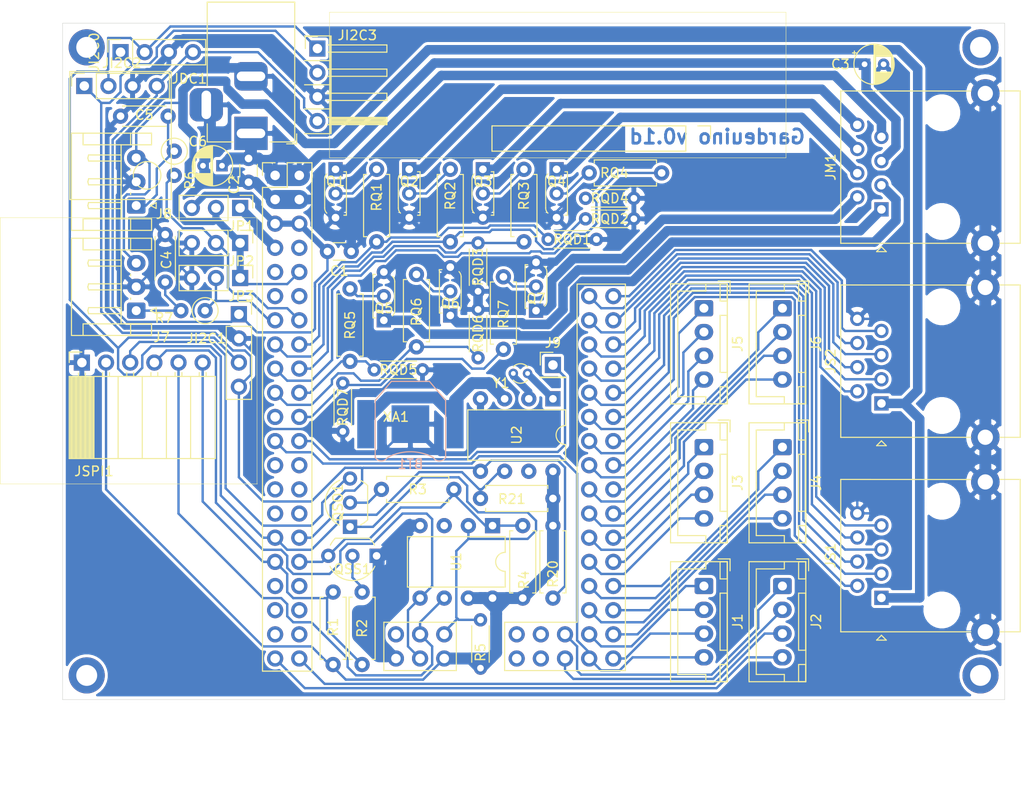
<source format=kicad_pcb>
(kicad_pcb (version 20171130) (host pcbnew 5.1.10-88a1d61d58~90~ubuntu20.10.1)
  (layers (0 F.Cu signal) (31 B.Cu signal) (34 B.Paste user) (35 F.Paste user) (36 B.SilkS user) (37 F.SilkS user) (38 B.Mask user) (39 F.Mask user) (44 Edge.Cuts user))
  (net 0 "")
  (net 1 "Net-(XA1-PadD15)")
  (net 2 "Net-(XA1-PadD26)")
  (net 3 "Net-(XA1-PadD11)")
  (net 4 "Net-(XA1-PadD27)")
  (net 5 "Net-(XA1-PadD29)")
  (net 6 "Net-(XA1-PadD19)")
  (net 7 "Net-(XA1-PadD28)")
  (net 8 "Net-(XA1-PadD52)")
  (net 9 "Net-(XA1-PadD14)")
  (net 10 "Net-(XA1-PadD17)")
  (net 11 "Net-(XA1-PadD24)")
  (net 12 "Net-(XA1-PadD16)")
  (net 13 "Net-(XA1-PadD25)")
  (net 14 "Net-(XA1-PadD18)")
  (net 15 "Net-(XA1-PadD0)")
  (net 16 "Net-(XA1-PadD1)")
  (net 17 "Net-(XA1-PadRST1)")
  (net 18 "Net-(XA1-PadRST2)")
  (net 19 "Net-(XA1-Pad3V2)")
  (net 20 "Net-(U1-Pad3)")
  (net 21 "Net-(XA1-PadD53)")
  (net 22 "Net-(J4-Pad4)")
  (net 23 "Net-(J3-Pad2)")
  (net 24 "Net-(J2-Pad2)")
  (net 25 "Net-(J4-Pad1)")
  (net 26 "Net-(J1-Pad2)")
  (net 27 "Net-(J1-Pad1)")
  (net 28 "Net-(J3-Pad4)")
  (net 29 "Net-(J4-Pad3)")
  (net 30 "Net-(J3-Pad3)")
  (net 31 "Net-(J2-Pad1)")
  (net 32 "Net-(J3-Pad1)")
  (net 33 "Net-(J4-Pad2)")
  (net 34 "Net-(J5-Pad1)")
  (net 35 GND)
  (net 36 "Net-(Q1-Pad2)")
  (net 37 "Net-(Q2-Pad2)")
  (net 38 "Net-(Q3-Pad2)")
  (net 39 "Net-(Q4-Pad2)")
  (net 40 /VIN)
  (net 41 "Net-(U2-Pad7)")
  (net 42 "Net-(U2-Pad2)")
  (net 43 "Net-(U2-Pad1)")
  (net 44 /5V2)
  (net 45 "Net-(BT1-Pad1)")
  (net 46 "Net-(Q6-Pad2)")
  (net 47 "Net-(Q7-Pad2)")
  (net 48 "Net-(J5-Pad4)")
  (net 49 "Net-(J5-Pad3)")
  (net 50 "Net-(J5-Pad2)")
  (net 51 "Net-(JP1-Pad1)")
  (net 52 /5V3)
  (net 53 /GND3)
  (net 54 /SS2)
  (net 55 /SDA)
  (net 56 /SCL)
  (net 57 "Net-(JM1-Pad3)")
  (net 58 "Net-(JM1-Pad4)")
  (net 59 "Net-(JM1-Pad7)")
  (net 60 "Net-(JM1-Pad2)")
  (net 61 "Net-(JM1-Pad8)")
  (net 62 "Net-(JM1-Pad6)")
  (net 63 "Net-(JS1-Pad3)")
  (net 64 "Net-(JS1-Pad5)")
  (net 65 "Net-(JS1-Pad4)")
  (net 66 "Net-(JS1-Pad7)")
  (net 67 "Net-(JS1-Pad2)")
  (net 68 "Net-(JS1-Pad6)")
  (net 69 "Net-(JS2-Pad3)")
  (net 70 "Net-(JS2-Pad5)")
  (net 71 "Net-(JS2-Pad4)")
  (net 72 "Net-(JS2-Pad7)")
  (net 73 "Net-(JS2-Pad2)")
  (net 74 "Net-(JS2-Pad6)")
  (net 75 "Net-(Q5-Pad2)")
  (net 76 "Net-(QSO1-Pad2)")
  (net 77 "Net-(RQ1-Pad1)")
  (net 78 "Net-(RQ2-Pad1)")
  (net 79 "Net-(RQ3-Pad1)")
  (net 80 "Net-(RQ4-Pad1)")
  (net 81 "Net-(RQ5-Pad1)")
  (net 82 "Net-(RQ6-Pad1)")
  (net 83 "Net-(RQ7-Pad1)")
  (net 84 "Net-(J6-Pad4)")
  (net 85 "Net-(J6-Pad3)")
  (net 86 "Net-(J6-Pad2)")
  (net 87 "Net-(J6-Pad1)")
  (net 88 /VIN1)
  (net 89 "Net-(JM1-Pad1)")
  (net 90 /INT0)
  (net 91 /INT1)
  (net 92 /D30)
  (net 93 "Net-(XA1-PadD50)")
  (net 94 "Net-(XA1-PadD51)")
  (net 95 /D31)
  (net 96 /MOSI)
  (net 97 /SCK)
  (net 98 /MISO)
  (net 99 /INT4)
  (net 100 "Net-(C4-Pad1)")
  (net 101 "Net-(C5-Pad2)")
  (net 102 "Net-(QSS1-Pad2)")
  (net 103 /PIN47)
  (net 104 /SS1)
  (net 105 "Net-(J1-Pad3)")
  (net 106 /MISDO)
  (module Connector_PinSocket_2.54mm:PinSocket_1x04_P2.54mm_Vertical (layer F.Cu) (at 105.664 37.846 90)
    (fp_text reference JI2C0 (at 0 -2.77 90) (layer F.SilkS))
    (fp_text value DEBUG)
    (pad 4 thru_hole oval (at 0 7.62 90) (size 1.7 1.7) (drill 1) (layers *.Cu *.Mask) (net 44 /5V2))
    (pad 3 thru_hole oval (at 0 5.08 90) (size 1.7 1.7) (drill 1) (layers *.Cu *.Mask) (net 35 GND))
    (pad 2 thru_hole oval (at 0 2.54 90) (size 1.7 1.7) (drill 1) (layers *.Cu *.Mask) (net 56 /SCL))
    (pad 1 thru_hole rect (at 0 0 90) (size 1.7 1.7) (drill 1) (layers *.Cu *.Mask) (net 55 /SDA))
  )
  (module Connector_PinHeader_2.54mm:PinHeader_1x04_P2.54mm_Horizontal (layer F.Cu) (at 126.365 37.465)
    (fp_text reference JI2C3 (at 4.191 -1.397) (layer F.SilkS))
    (fp_text value Key)
    (pad 1 thru_hole rect (at 0 0) (size 1.7 1.7) (drill 1) (layers *.Cu *.Mask) (net 56 /SCL))
    (pad 2 thru_hole oval (at 0 2.54) (size 1.7 1.7) (drill 1) (layers *.Cu *.Mask) (net 55 /SDA))
    (pad 3 thru_hole oval (at 0 5.08) (size 1.7 1.7) (drill 1) (layers *.Cu *.Mask) (net 35 GND))
    (pad 4 thru_hole oval (at 0 7.62) (size 1.7 1.7) (drill 1) (layers *.Cu *.Mask) (net 44 /5V2))
  )
  (module Resistor_THT:R_Axial_DIN0204_L3.6mm_D1.6mm_P5.08mm_Horizontal (layer F.Cu) (at 143.51 97.536 270)
    (fp_text reference R5 (at 3.429 0 90) (layer F.SilkS))
    (fp_text value 10k)
    (pad 2 thru_hole oval (at 5.08 0 270) (size 1.4 1.4) (drill 0.7) (layers *.Cu *.Mask) (net 52 /5V3))
    (pad 1 thru_hole circle (at 0 0 270) (size 1.4 1.4) (drill 0.7) (layers *.Cu *.Mask) (net 98 /MISO))
  )
  (module Resistor_THT:R_Axial_DIN0204_L3.6mm_D1.6mm_P5.08mm_Horizontal (layer F.Cu) (at 129.032 72.644 270)
    (fp_text reference RQD7 (at 2.54 0 90) (layer F.SilkS))
    (fp_text value R)
    (pad 2 thru_hole oval (at 5.08 0 270) (size 1.4 1.4) (drill 0.7) (layers *.Cu *.Mask) (net 35 GND))
    (pad 1 thru_hole circle (at 0 0 270) (size 1.4 1.4) (drill 0.7) (layers *.Cu *.Mask) (net 83 "Net-(RQ7-Pad1)"))
  )
  (module Resistor_THT:R_Axial_DIN0204_L3.6mm_D1.6mm_P5.08mm_Horizontal (layer F.Cu) (at 143.256 69.977 90)
    (fp_text reference RQD6 (at 2.54 0 90) (layer F.SilkS))
    (fp_text value R)
    (pad 2 thru_hole oval (at 5.08 0 90) (size 1.4 1.4) (drill 0.7) (layers *.Cu *.Mask) (net 35 GND))
    (pad 1 thru_hole circle (at 0 0 90) (size 1.4 1.4) (drill 0.7) (layers *.Cu *.Mask) (net 82 "Net-(RQ6-Pad1)"))
  )
  (module Resistor_THT:R_Axial_DIN0204_L3.6mm_D1.6mm_P5.08mm_Horizontal (layer F.Cu) (at 132.334 71.247)
    (fp_text reference RQD5 (at 2.54 0) (layer F.SilkS))
    (fp_text value R)
    (pad 2 thru_hole oval (at 5.08 0) (size 1.4 1.4) (drill 0.7) (layers *.Cu *.Mask) (net 35 GND))
    (pad 1 thru_hole circle (at 0 0) (size 1.4 1.4) (drill 0.7) (layers *.Cu *.Mask) (net 81 "Net-(RQ5-Pad1)"))
  )
  (module Resistor_THT:R_Axial_DIN0204_L3.6mm_D1.6mm_P5.08mm_Horizontal (layer F.Cu) (at 154.559 53.213)
    (fp_text reference RQD4 (at 2.54 0) (layer F.SilkS))
    (fp_text value R)
    (pad 2 thru_hole oval (at 5.08 0) (size 1.4 1.4) (drill 0.7) (layers *.Cu *.Mask) (net 35 GND))
    (pad 1 thru_hole circle (at 0 0) (size 1.4 1.4) (drill 0.7) (layers *.Cu *.Mask) (net 80 "Net-(RQ4-Pad1)"))
  )
  (module Resistor_THT:R_Axial_DIN0204_L3.6mm_D1.6mm_P5.08mm_Horizontal (layer F.Cu) (at 143.256 57.912 270)
    (fp_text reference RQD3 (at 2.54 0 270) (layer F.SilkS))
    (fp_text value R)
    (pad 2 thru_hole oval (at 5.08 0 270) (size 1.4 1.4) (drill 0.7) (layers *.Cu *.Mask) (net 35 GND))
    (pad 1 thru_hole circle (at 0 0 270) (size 1.4 1.4) (drill 0.7) (layers *.Cu *.Mask) (net 79 "Net-(RQ3-Pad1)"))
  )
  (module Resistor_THT:R_Axial_DIN0204_L3.6mm_D1.6mm_P5.08mm_Horizontal (layer F.Cu) (at 154.559 55.372)
    (fp_text reference RQD2 (at 2.54 0) (layer F.SilkS))
    (fp_text value R)
    (pad 2 thru_hole oval (at 5.08 0) (size 1.4 1.4) (drill 0.7) (layers *.Cu *.Mask) (net 35 GND))
    (pad 1 thru_hole circle (at 0 0) (size 1.4 1.4) (drill 0.7) (layers *.Cu *.Mask) (net 78 "Net-(RQ2-Pad1)"))
  )
  (module Resistor_THT:R_Axial_DIN0204_L3.6mm_D1.6mm_P5.08mm_Horizontal (layer F.Cu) (at 150.622 57.531)
    (fp_text reference RQD1 (at 2.54 0) (layer F.SilkS))
    (fp_text value R)
    (pad 2 thru_hole oval (at 5.08 0) (size 1.4 1.4) (drill 0.7) (layers *.Cu *.Mask) (net 35 GND))
    (pad 1 thru_hole circle (at 0 0) (size 1.4 1.4) (drill 0.7) (layers *.Cu *.Mask) (net 77 "Net-(RQ1-Pad1)"))
  )
  (module Package_TO_SOT_THT:TO-92L_Inline_Wide_Flat (layer F.Cu) (at 128.27 50.165 270)
    (fp_text reference Q1 (at 1.27 0 180) (layer F.SilkS))
    (fp_text value Q_NMOS_DGS)
    (pad 2 thru_hole circle (at 2.54 0 270) (size 1.5 1.5) (drill 0.8) (layers *.Cu *.Mask) (net 36 "Net-(Q1-Pad2)"))
    (pad 3 thru_hole circle (at 5.08 0 270) (size 1.5 1.5) (drill 0.8) (layers *.Cu *.Mask) (net 35 GND))
    (pad 1 thru_hole rect (at 0 0 270) (size 1.5 1.5) (drill 0.8) (layers *.Cu *.Mask) (net 59 "Net-(JM1-Pad7)"))
  )
  (module Package_TO_SOT_THT:TO-92L_Inline_Wide_Flat (layer F.Cu) (at 149.352 65.024 90)
    (fp_text reference Q7 (at 1.27 0 180) (layer F.SilkS))
    (fp_text value Q_NMOS_DGS)
    (pad 2 thru_hole circle (at 2.54 0 90) (size 1.5 1.5) (drill 0.8) (layers *.Cu *.Mask) (net 47 "Net-(Q7-Pad2)"))
    (pad 3 thru_hole circle (at 5.08 0 90) (size 1.5 1.5) (drill 0.8) (layers *.Cu *.Mask) (net 35 GND))
    (pad 1 thru_hole rect (at 0 0 90) (size 1.5 1.5) (drill 0.8) (layers *.Cu *.Mask) (net 60 "Net-(JM1-Pad2)"))
  )
  (module Package_TO_SOT_THT:TO-92L_Inline_Wide_Flat (layer F.Cu) (at 140.335 65.532 90)
    (fp_text reference Q6 (at 1.27 0 180) (layer F.SilkS))
    (fp_text value Q_NMOS_DGS)
    (pad 2 thru_hole circle (at 2.54 0 90) (size 1.5 1.5) (drill 0.8) (layers *.Cu *.Mask) (net 46 "Net-(Q6-Pad2)"))
    (pad 3 thru_hole circle (at 5.08 0 90) (size 1.5 1.5) (drill 0.8) (layers *.Cu *.Mask) (net 35 GND))
    (pad 1 thru_hole rect (at 0 0 90) (size 1.5 1.5) (drill 0.8) (layers *.Cu *.Mask) (net 89 "Net-(JM1-Pad1)"))
  )
  (module Package_TO_SOT_THT:TO-92L_Inline_Wide_Flat (layer F.Cu) (at 133.35 66.04 90)
    (fp_text reference Q5 (at 1.27 0 180) (layer F.SilkS))
    (fp_text value Q_NMOS_DGS)
    (pad 2 thru_hole circle (at 2.54 0 90) (size 1.5 1.5) (drill 0.8) (layers *.Cu *.Mask) (net 75 "Net-(Q5-Pad2)"))
    (pad 3 thru_hole circle (at 5.08 0 90) (size 1.5 1.5) (drill 0.8) (layers *.Cu *.Mask) (net 35 GND))
    (pad 1 thru_hole rect (at 0 0 90) (size 1.5 1.5) (drill 0.8) (layers *.Cu *.Mask) (net 57 "Net-(JM1-Pad3)"))
  )
  (module Package_TO_SOT_THT:TO-92L_Inline_Wide_Flat (layer F.Cu) (at 151.511 50.165 270)
    (fp_text reference Q4 (at 1.27 0 180) (layer F.SilkS))
    (fp_text value Q_NMOS_DGS)
    (pad 2 thru_hole circle (at 2.54 0 270) (size 1.5 1.5) (drill 0.8) (layers *.Cu *.Mask) (net 39 "Net-(Q4-Pad2)"))
    (pad 3 thru_hole circle (at 5.08 0 270) (size 1.5 1.5) (drill 0.8) (layers *.Cu *.Mask) (net 35 GND))
    (pad 1 thru_hole rect (at 0 0 270) (size 1.5 1.5) (drill 0.8) (layers *.Cu *.Mask) (net 58 "Net-(JM1-Pad4)"))
  )
  (module Package_TO_SOT_THT:TO-92L_Inline_Wide_Flat (layer F.Cu) (at 143.764 50.165 270)
    (fp_text reference Q3 (at 1.27 0 180) (layer F.SilkS))
    (fp_text value Q_NMOS_DGS)
    (pad 2 thru_hole circle (at 2.54 0 270) (size 1.5 1.5) (drill 0.8) (layers *.Cu *.Mask) (net 38 "Net-(Q3-Pad2)"))
    (pad 3 thru_hole circle (at 5.08 0 270) (size 1.5 1.5) (drill 0.8) (layers *.Cu *.Mask) (net 35 GND))
    (pad 1 thru_hole rect (at 0 0 270) (size 1.5 1.5) (drill 0.8) (layers *.Cu *.Mask) (net 62 "Net-(JM1-Pad6)"))
  )
  (module Package_TO_SOT_THT:TO-92L_Inline_Wide_Flat (layer F.Cu) (at 136.017 50.165 270)
    (fp_text reference Q2 (at 1.27 0 180) (layer F.SilkS))
    (fp_text value Q_NMOS_DGS)
    (pad 2 thru_hole circle (at 2.54 0 270) (size 1.5 1.5) (drill 0.8) (layers *.Cu *.Mask) (net 37 "Net-(Q2-Pad2)"))
    (pad 3 thru_hole circle (at 5.08 0 270) (size 1.5 1.5) (drill 0.8) (layers *.Cu *.Mask) (net 35 GND))
    (pad 1 thru_hole rect (at 0 0 270) (size 1.5 1.5) (drill 0.8) (layers *.Cu *.Mask) (net 61 "Net-(JM1-Pad8)"))
  )
  (module Connector_BarrelJack:BarrelJack_Horizontal (layer F.Cu) (at 119.38 46.386 270)
    (fp_text reference JDC1 (at -5.746 6.477 180) (layer F.SilkS))
    (fp_text value Jack-DC)
    (pad 3 thru_hole roundrect (at -3 4.7 270) (size 3.5 3.5) (drill oval 3 1) (layers *.Cu *.Mask) (net 35 GND))
    (pad 2 thru_hole roundrect (at -6 0 270) (size 3 3.5) (drill oval 1 3) (layers *.Cu *.Mask) (net 35 GND))
    (pad 1 thru_hole rect (at 0 0 270) (size 3.5 3.5) (drill oval 1 3) (layers *.Cu *.Mask) (net 88 /VIN1))
  )
  (module Connector_JST:JST_XH_B4B-XH-A_1x04_P2.50mm_Vertical (layer F.Cu) (at 167.005 79.375 270)
    (fp_text reference J3 (at 3.75 -3.55 90) (layer F.SilkS))
    (fp_text value Conn_01x04_Female hide)
    (pad 4 thru_hole oval (at 7.5 0 270) (size 1.7 1.95) (drill 0.95) (layers *.Cu *.Mask) (net 28 "Net-(J3-Pad4)"))
    (pad 3 thru_hole oval (at 5 0 270) (size 1.7 1.95) (drill 0.95) (layers *.Cu *.Mask) (net 30 "Net-(J3-Pad3)"))
    (pad 2 thru_hole oval (at 2.5 0 270) (size 1.7 1.95) (drill 0.95) (layers *.Cu *.Mask) (net 23 "Net-(J3-Pad2)"))
    (pad 1 thru_hole roundrect (at 0 0 270) (size 1.7 1.95) (drill 0.95) (layers *.Cu *.Mask) (roundrect_rratio 0.1470588235294118) (net 32 "Net-(J3-Pad1)"))
  )
  (module Connector_JST:JST_XH_B4B-XH-A_1x04_P2.50mm_Vertical (layer F.Cu) (at 175.26 64.77 270)
    (fp_text reference J6 (at 3.75 -3.55 90) (layer F.SilkS))
    (fp_text value Conn_01x04_Female hide)
    (pad 4 thru_hole oval (at 7.5 0 270) (size 1.7 1.95) (drill 0.95) (layers *.Cu *.Mask) (net 84 "Net-(J6-Pad4)"))
    (pad 3 thru_hole oval (at 5 0 270) (size 1.7 1.95) (drill 0.95) (layers *.Cu *.Mask) (net 85 "Net-(J6-Pad3)"))
    (pad 2 thru_hole oval (at 2.5 0 270) (size 1.7 1.95) (drill 0.95) (layers *.Cu *.Mask) (net 86 "Net-(J6-Pad2)"))
    (pad 1 thru_hole roundrect (at 0 0 270) (size 1.7 1.95) (drill 0.95) (layers *.Cu *.Mask) (roundrect_rratio 0.1470588235294118) (net 87 "Net-(J6-Pad1)"))
  )
  (module Connector_JST:JST_XH_B4B-XH-A_1x04_P2.50mm_Vertical (layer F.Cu) (at 167.005 64.77 270)
    (fp_text reference J5 (at 3.75 -3.55 90) (layer F.SilkS))
    (fp_text value Conn_01x04_Female hide)
    (pad 4 thru_hole oval (at 7.5 0 270) (size 1.7 1.95) (drill 0.95) (layers *.Cu *.Mask) (net 48 "Net-(J5-Pad4)"))
    (pad 3 thru_hole oval (at 5 0 270) (size 1.7 1.95) (drill 0.95) (layers *.Cu *.Mask) (net 49 "Net-(J5-Pad3)"))
    (pad 2 thru_hole oval (at 2.5 0 270) (size 1.7 1.95) (drill 0.95) (layers *.Cu *.Mask) (net 50 "Net-(J5-Pad2)"))
    (pad 1 thru_hole roundrect (at 0 0 270) (size 1.7 1.95) (drill 0.95) (layers *.Cu *.Mask) (roundrect_rratio 0.1470588235294118) (net 34 "Net-(J5-Pad1)"))
  )
  (module Package_TO_SOT_THT:TO-92_Inline_Wide (layer F.Cu) (at 129.794 87.757 90)
    (fp_text reference QSO1 (at 2.54 -1.27 270) (layer F.SilkS))
    (fp_text value 2N3904)
    (pad 1 thru_hole rect (at 0 0 90) (size 1.5 1.5) (drill 0.8) (layers *.Cu *.Mask) (net 98 /MISO))
    (pad 3 thru_hole circle (at 5.08 0 90) (size 1.5 1.5) (drill 0.8) (layers *.Cu *.Mask) (net 106 /MISDO))
    (pad 2 thru_hole circle (at 2.54 0 90) (size 1.5 1.5) (drill 0.8) (layers *.Cu *.Mask) (net 76 "Net-(QSO1-Pad2)"))
  )
  (module Resistor_THT:R_Axial_DIN0207_L6.3mm_D2.5mm_P7.62mm_Horizontal (layer F.Cu) (at 162.56 50.546 180)
    (fp_text reference RQ4 (at 4.967313 0) (layer F.SilkS))
    (fp_text value R)
    (pad 2 thru_hole oval (at 7.62 0 180) (size 1.6 1.6) (drill 0.8) (layers *.Cu *.Mask) (net 39 "Net-(Q4-Pad2)"))
    (pad 1 thru_hole circle (at 0 0 180) (size 1.6 1.6) (drill 0.8) (layers *.Cu *.Mask) (net 80 "Net-(RQ4-Pad1)"))
  )
  (module Resistor_THT:R_Axial_DIN0207_L6.3mm_D2.5mm_P7.62mm_Horizontal (layer F.Cu) (at 148.082 57.785 90)
    (fp_text reference RQ3 (at 4.826 0 270) (layer F.SilkS))
    (fp_text value R)
    (pad 2 thru_hole oval (at 7.62 0 90) (size 1.6 1.6) (drill 0.8) (layers *.Cu *.Mask) (net 38 "Net-(Q3-Pad2)"))
    (pad 1 thru_hole circle (at 0 0 90) (size 1.6 1.6) (drill 0.8) (layers *.Cu *.Mask) (net 79 "Net-(RQ3-Pad1)"))
  )
  (module Resistor_THT:R_Axial_DIN0207_L6.3mm_D2.5mm_P7.62mm_Horizontal (layer F.Cu) (at 136.779 68.834 90)
    (fp_text reference RQ6 (at 3.683 0 90) (layer F.SilkS))
    (fp_text value R)
    (pad 2 thru_hole oval (at 7.62 0 90) (size 1.6 1.6) (drill 0.8) (layers *.Cu *.Mask) (net 46 "Net-(Q6-Pad2)"))
    (pad 1 thru_hole circle (at 0 0 90) (size 1.6 1.6) (drill 0.8) (layers *.Cu *.Mask) (net 82 "Net-(RQ6-Pad1)"))
  )
  (module Resistor_THT:R_Axial_DIN0207_L6.3mm_D2.5mm_P7.62mm_Horizontal (layer F.Cu) (at 129.794 70.358 90)
    (fp_text reference RQ5 (at 3.81 0 90) (layer F.SilkS))
    (fp_text value R)
    (pad 2 thru_hole oval (at 7.62 0 90) (size 1.6 1.6) (drill 0.8) (layers *.Cu *.Mask) (net 75 "Net-(Q5-Pad2)"))
    (pad 1 thru_hole circle (at 0 0 90) (size 1.6 1.6) (drill 0.8) (layers *.Cu *.Mask) (net 81 "Net-(RQ5-Pad1)"))
  )
  (module Resistor_THT:R_Axial_DIN0207_L6.3mm_D2.5mm_P7.62mm_Horizontal (layer F.Cu) (at 147.955 87.63 270)
    (fp_text reference R4 (at 5.715 -0.127 270) (layer F.SilkS))
    (fp_text value 4k7)
    (pad 2 thru_hole oval (at 7.62 0 270) (size 1.6 1.6) (drill 0.8) (layers *.Cu *.Mask) (net 52 /5V3))
    (pad 1 thru_hole circle (at 0 0 270) (size 1.6 1.6) (drill 0.8) (layers *.Cu *.Mask) (net 104 /SS1))
  )
  (module Resistor_THT:R_Axial_DIN0207_L6.3mm_D2.5mm_P7.62mm_Horizontal (layer F.Cu) (at 151.13 84.7725 180)
    (fp_text reference R21 (at 4.318 -0.0635) (layer F.SilkS))
    (fp_text value 4k7)
    (pad 2 thru_hole oval (at 7.62 0 180) (size 1.6 1.6) (drill 0.8) (layers *.Cu *.Mask) (net 56 /SCL))
    (pad 1 thru_hole circle (at 0 0 180) (size 1.6 1.6) (drill 0.8) (layers *.Cu *.Mask) (net 52 /5V3))
  )
  (module Resistor_THT:R_Axial_DIN0207_L6.3mm_D2.5mm_P7.62mm_Horizontal (layer F.Cu) (at 151.13 95.25 90)
    (fp_text reference R20 (at 2.54 0 270) (layer F.SilkS))
    (fp_text value 4k7)
    (pad 2 thru_hole oval (at 7.62 0 90) (size 1.6 1.6) (drill 0.8) (layers *.Cu *.Mask) (net 52 /5V3))
    (pad 1 thru_hole circle (at 0 0 90) (size 1.6 1.6) (drill 0.8) (layers *.Cu *.Mask) (net 55 /SDA))
  )
  (module Resistor_THT:R_Axial_DIN0207_L6.3mm_D2.5mm_P7.62mm_Horizontal (layer F.Cu) (at 133.096 83.82)
    (fp_text reference R3 (at 3.81 0) (layer F.SilkS))
    (fp_text value 4k7)
    (pad 2 thru_hole oval (at 7.62 0) (size 1.6 1.6) (drill 0.8) (layers *.Cu *.Mask) (net 104 /SS1))
    (pad 1 thru_hole circle (at 0 0) (size 1.6 1.6) (drill 0.8) (layers *.Cu *.Mask) (net 76 "Net-(QSO1-Pad2)"))
  )
  (module Package_DIP:DIP-8_W7.62mm (layer F.Cu) (at 151.13 74.295 270)
    (fp_text reference U2 (at 3.81 3.81 90) (layer F.SilkS))
    (fp_text value DS1307+)
    (pad 8 thru_hole oval (at 7.62 0 270) (size 1.6 1.6) (drill 0.8) (layers *.Cu *.Mask) (net 52 /5V3))
    (pad 4 thru_hole oval (at 0 7.62 270) (size 1.6 1.6) (drill 0.8) (layers *.Cu *.Mask) (net 35 GND))
    (pad 7 thru_hole oval (at 7.62 2.54 270) (size 1.6 1.6) (drill 0.8) (layers *.Cu *.Mask) (net 41 "Net-(U2-Pad7)"))
    (pad 3 thru_hole oval (at 0 5.08 270) (size 1.6 1.6) (drill 0.8) (layers *.Cu *.Mask) (net 45 "Net-(BT1-Pad1)"))
    (pad 6 thru_hole oval (at 7.62 5.08 270) (size 1.6 1.6) (drill 0.8) (layers *.Cu *.Mask) (net 56 /SCL))
    (pad 2 thru_hole oval (at 0 2.54 270) (size 1.6 1.6) (drill 0.8) (layers *.Cu *.Mask) (net 42 "Net-(U2-Pad2)"))
    (pad 5 thru_hole oval (at 7.62 7.62 270) (size 1.6 1.6) (drill 0.8) (layers *.Cu *.Mask) (net 55 /SDA))
    (pad 1 thru_hole rect (at 0 0 270) (size 1.6 1.6) (drill 0.8) (layers *.Cu *.Mask) (net 43 "Net-(U2-Pad1)"))
  )
  (module Resistor_THT:R_Axial_DIN0207_L6.3mm_D2.5mm_P7.62mm_Horizontal (layer F.Cu) (at 140.335 57.785 90)
    (fp_text reference RQ2 (at 4.826 0 90) (layer F.SilkS))
    (fp_text value R)
    (pad 2 thru_hole oval (at 7.62 0 90) (size 1.6 1.6) (drill 0.8) (layers *.Cu *.Mask) (net 37 "Net-(Q2-Pad2)"))
    (pad 1 thru_hole circle (at 0 0 90) (size 1.6 1.6) (drill 0.8) (layers *.Cu *.Mask) (net 78 "Net-(RQ2-Pad1)"))
  )
  (module Resistor_THT:R_Axial_DIN0207_L6.3mm_D2.5mm_P7.62mm_Horizontal (layer F.Cu) (at 132.588 57.785 90)
    (fp_text reference RQ1 (at 4.699 0 270) (layer F.SilkS))
    (fp_text value R)
    (pad 2 thru_hole oval (at 7.62 0 90) (size 1.6 1.6) (drill 0.8) (layers *.Cu *.Mask) (net 36 "Net-(Q1-Pad2)"))
    (pad 1 thru_hole circle (at 0 0 90) (size 1.6 1.6) (drill 0.8) (layers *.Cu *.Mask) (net 77 "Net-(RQ1-Pad1)"))
  )
  (module Connector_JST:JST_XH_B4B-XH-A_1x04_P2.50mm_Vertical (layer F.Cu) (at 167.005 93.98 270)
    (fp_text reference J1 (at 3.75 -3.55 90) (layer F.SilkS))
    (fp_text value Conn_01x04_Female hide)
    (pad 4 thru_hole oval (at 7.5 0 270) (size 1.7 1.95) (drill 0.95) (layers *.Cu *.Mask) (net 103 /PIN47))
    (pad 3 thru_hole oval (at 5 0 270) (size 1.7 1.95) (drill 0.95) (layers *.Cu *.Mask) (net 105 "Net-(J1-Pad3)"))
    (pad 2 thru_hole oval (at 2.5 0 270) (size 1.7 1.95) (drill 0.95) (layers *.Cu *.Mask) (net 26 "Net-(J1-Pad2)"))
    (pad 1 thru_hole roundrect (at 0 0 270) (size 1.7 1.95) (drill 0.95) (layers *.Cu *.Mask) (roundrect_rratio 0.1470588235294118) (net 27 "Net-(J1-Pad1)"))
  )
  (module Resistor_THT:R_Axial_DIN0207_L6.3mm_D2.5mm_P7.62mm_Horizontal (layer F.Cu) (at 145.923 69.088 90)
    (fp_text reference RQ7 (at 3.683 0 90) (layer F.SilkS))
    (fp_text value R)
    (pad 2 thru_hole oval (at 7.62 0 90) (size 1.6 1.6) (drill 0.8) (layers *.Cu *.Mask) (net 47 "Net-(Q7-Pad2)"))
    (pad 1 thru_hole circle (at 0 0 90) (size 1.6 1.6) (drill 0.8) (layers *.Cu *.Mask) (net 83 "Net-(RQ7-Pad1)"))
  )
  (module Battery:BatteryHolder_Keystone_2998_1x6.8mm (layer B.Cu) (at 136.144 76.962)
    (fp_text reference BT1 (at 0 4.2 180) (layer B.SilkS) (effects (justify mirror)))
    (fp_text value Battery_Cell)
    (pad 2 smd rect (at 0 0) (size 3.96 3.96) (layers B.Cu B.Paste B.Mask) (net 35 GND))
    (pad 1 smd rect (at 4.7 0) (size 1.78 5.08) (layers B.Cu B.Paste B.Mask) (net 45 "Net-(BT1-Pad1)"))
    (pad 1 smd rect (at -4.7 0) (size 1.78 5.08) (layers B.Cu B.Paste B.Mask) (net 45 "Net-(BT1-Pad1)"))
  )
  (module Connector_JST:JST_XH_B4B-XH-A_1x04_P2.50mm_Vertical (layer F.Cu) (at 175.26 93.98 270)
    (fp_text reference J2 (at 3.75 -3.55 90) (layer F.SilkS))
    (fp_text value Conn_01x04_Female hide)
    (pad 4 thru_hole oval (at 7.5 0 270) (size 1.7 1.95) (drill 0.95) (layers *.Cu *.Mask) (net 95 /D31))
    (pad 3 thru_hole oval (at 5 0 270) (size 1.7 1.95) (drill 0.95) (layers *.Cu *.Mask) (net 92 /D30))
    (pad 2 thru_hole oval (at 2.5 0 270) (size 1.7 1.95) (drill 0.95) (layers *.Cu *.Mask) (net 24 "Net-(J2-Pad2)"))
    (pad 1 thru_hole roundrect (at 0 0 270) (size 1.7 1.95) (drill 0.95) (layers *.Cu *.Mask) (roundrect_rratio 0.1470588235294118) (net 31 "Net-(J2-Pad1)"))
  )
  (module Crystal:Crystal_DS10_D1.0mm_L4.3mm_Vertical (layer F.Cu) (at 148.463 71.628 180)
    (fp_text reference Y1 (at 2.794 -1.016) (layer F.SilkS))
    (fp_text value Crystal_Small)
    (pad 2 thru_hole circle (at 1.5 0 180) (size 1 1) (drill 0.5) (layers *.Cu *.Mask) (net 42 "Net-(U2-Pad2)"))
    (pad 1 thru_hole circle (at 0 0 180) (size 1 1) (drill 0.5) (layers *.Cu *.Mask) (net 43 "Net-(U2-Pad1)"))
  )
  (module Connector_JST:JST_XH_B4B-XH-A_1x04_P2.50mm_Vertical (layer F.Cu) (at 175.26 79.375 270)
    (fp_text reference J4 (at 3.75 -3.55 90) (layer F.SilkS))
    (fp_text value Conn_01x04_Female hide)
    (pad 4 thru_hole oval (at 7.5 0 270) (size 1.7 1.95) (drill 0.95) (layers *.Cu *.Mask) (net 22 "Net-(J4-Pad4)"))
    (pad 3 thru_hole oval (at 5 0 270) (size 1.7 1.95) (drill 0.95) (layers *.Cu *.Mask) (net 29 "Net-(J4-Pad3)"))
    (pad 2 thru_hole oval (at 2.5 0 270) (size 1.7 1.95) (drill 0.95) (layers *.Cu *.Mask) (net 33 "Net-(J4-Pad2)"))
    (pad 1 thru_hole roundrect (at 0 0 270) (size 1.7 1.95) (drill 0.95) (layers *.Cu *.Mask) (roundrect_rratio 0.1470588235294118) (net 25 "Net-(J4-Pad1)"))
  )
  (module Package_DIP:DIP-8_W7.62mm (layer F.Cu) (at 144.78 87.63 270)
    (fp_text reference U1 (at 3.81 3.81 90) (layer F.SilkS))
    (fp_text value 23LC512)
    (pad 8 thru_hole oval (at 7.62 0 270) (size 1.6 1.6) (drill 0.8) (layers *.Cu *.Mask) (net 52 /5V3))
    (pad 4 thru_hole oval (at 0 7.62 270) (size 1.6 1.6) (drill 0.8) (layers *.Cu *.Mask) (net 53 /GND3))
    (pad 7 thru_hole oval (at 7.62 2.54 270) (size 1.6 1.6) (drill 0.8) (layers *.Cu *.Mask) (net 52 /5V3))
    (pad 3 thru_hole oval (at 0 5.08 270) (size 1.6 1.6) (drill 0.8) (layers *.Cu *.Mask) (net 20 "Net-(U1-Pad3)"))
    (pad 6 thru_hole oval (at 7.62 5.08 270) (size 1.6 1.6) (drill 0.8) (layers *.Cu *.Mask) (net 97 /SCK))
    (pad 2 thru_hole oval (at 0 2.54 270) (size 1.6 1.6) (drill 0.8) (layers *.Cu *.Mask) (net 98 /MISO))
    (pad 5 thru_hole oval (at 7.62 7.62 270) (size 1.6 1.6) (drill 0.8) (layers *.Cu *.Mask) (net 96 /MOSI))
    (pad 1 thru_hole rect (at 0 0 270) (size 1.6 1.6) (drill 0.8) (layers *.Cu *.Mask) (net 104 /SS1))
  )
  (module Connector_PinSocket_2.54mm:PinSocket_1x06_P2.54mm_Horizontal_SDREADER_KEEPOUT (layer F.Cu) (at 101.6 70.485 90)
    (fp_text reference JSPI1 (at -11.43 1.27 180) (layer F.SilkS))
    (fp_text value Conn_01x06_Female hide)
    (pad 1 thru_hole rect (at 0 0 90) (size 1.7 1.7) (drill 1) (layers *.Cu *.Mask) (net 35 GND))
    (pad 2 thru_hole oval (at 0 2.54 90) (size 1.7 1.7) (drill 1) (layers *.Cu *.Mask) (net 52 /5V3))
    (pad 3 thru_hole oval (at 0 5.08 90) (size 1.7 1.7) (drill 1) (layers *.Cu *.Mask) (net 106 /MISDO))
    (pad 4 thru_hole oval (at 0 7.62 90) (size 1.7 1.7) (drill 1) (layers *.Cu *.Mask) (net 96 /MOSI))
    (pad 5 thru_hole oval (at 0 10.16 90) (size 1.7 1.7) (drill 1) (layers *.Cu *.Mask) (net 97 /SCK))
    (pad 6 thru_hole oval (at 0 12.7 90) (size 1.7 1.7) (drill 1) (layers *.Cu *.Mask) (net 54 /SS2))
  )
  (module Connector_JST:JST_EH_S3B-EH_1x03_P2.50mm_Horizontal (layer F.Cu) (at 107.315 65.024 90)
    (fp_text reference J7 (at -2.794 2.667 180) (layer F.SilkS))
    (fp_text value Conn_01x03_Male hide)
    (pad 3 thru_hole oval (at 5 0 90) (size 1.7 1.95) (drill 0.95) (layers *.Cu *.Mask) (net 40 /VIN))
    (pad 2 thru_hole oval (at 2.5 0 90) (size 1.7 1.95) (drill 0.95) (layers *.Cu *.Mask) (net 35 GND))
    (pad 1 thru_hole roundrect (at 0 0 90) (size 1.7 1.95) (drill 0.95) (layers *.Cu *.Mask) (roundrect_rratio 0.1470588235294118) (net 100 "Net-(C4-Pad1)"))
  )
  (module Connector_JST:JST_EH_S3B-EH_1x03_P2.50mm_Horizontal (layer F.Cu) (at 107.315 53.975 90)
    (fp_text reference J8 (at -0.889 2.921 180) (layer F.SilkS))
    (fp_text value Conn_01x03_Male hide)
    (pad 3 thru_hole oval (at 5 0 90) (size 1.7 1.95) (drill 0.95) (layers *.Cu *.Mask) (net 40 /VIN))
    (pad 2 thru_hole oval (at 2.5 0 90) (size 1.7 1.95) (drill 0.95) (layers *.Cu *.Mask) (net 35 GND))
    (pad 1 thru_hole roundrect (at 0 0 90) (size 1.7 1.95) (drill 0.95) (layers *.Cu *.Mask) (roundrect_rratio 0.1470588235294118) (net 101 "Net-(C5-Pad2)"))
  )
  (module Resistor_THT:R_Axial_DIN0207_L6.3mm_D2.5mm_P7.62mm_Horizontal (layer F.Cu) (at 128.016 102.235 90)
    (fp_text reference R1 (at 3.937 0 90) (layer F.SilkS))
    (fp_text value 4k7)
    (pad 2 thru_hole oval (at 7.62 0 90) (size 1.6 1.6) (drill 0.8) (layers *.Cu *.Mask) (net 54 /SS2))
    (pad 1 thru_hole circle (at 0 0 90) (size 1.6 1.6) (drill 0.8) (layers *.Cu *.Mask) (net 52 /5V3))
  )
  (module MountingHole:MountingHole_2.2mm_M2_ISO14580_Pad_TopBottom (layer F.Cu) (at 102.108 103.378)
    (fp_text reference H1 hide)
    (fp_text value MountingHole hide)
    (pad 1 connect circle (at 0 0) (size 3.8 3.8) (layers B.Cu B.Mask))
    (pad 1 connect circle (at 0 0) (size 3.8 3.8) (layers F.Cu F.Mask))
    (pad 1 thru_hole circle (at 0 0) (size 2.6 2.6) (drill 2.2) (layers *.Cu *.Mask))
  )
  (module MountingHole:MountingHole_2.2mm_M2_ISO14580_Pad_TopBottom (layer F.Cu) (at 196.088 103.378)
    (fp_text reference H2 hide)
    (fp_text value MountingHole hide)
    (pad 1 connect circle (at 0 0) (size 3.8 3.8) (layers B.Cu B.Mask))
    (pad 1 connect circle (at 0 0) (size 3.8 3.8) (layers F.Cu F.Mask))
    (pad 1 thru_hole circle (at 0 0) (size 2.6 2.6) (drill 2.2) (layers *.Cu *.Mask))
  )
  (module MountingHole:MountingHole_2.2mm_M2_ISO14580_Pad_TopBottom (layer F.Cu) (at 102.108 37.338)
    (fp_text reference H3 hide)
    (fp_text value MountingHole hide)
    (pad 1 connect circle (at 0 0) (size 3.8 3.8) (layers B.Cu B.Mask))
    (pad 1 connect circle (at 0 0) (size 3.8 3.8) (layers F.Cu F.Mask))
    (pad 1 thru_hole circle (at 0 0) (size 2.6 2.6) (drill 2.2) (layers *.Cu *.Mask))
  )
  (module MountingHole:MountingHole_2.2mm_M2_ISO14580_Pad_TopBottom (layer F.Cu) (at 196.088 37.338)
    (fp_text reference H4 hide)
    (fp_text value MountingHole hide)
    (pad 1 connect circle (at 0 0) (size 3.8 3.8) (layers B.Cu B.Mask))
    (pad 1 connect circle (at 0 0) (size 3.8 3.8) (layers F.Cu F.Mask))
    (pad 1 thru_hole circle (at 0 0) (size 2.6 2.6) (drill 2.2) (layers *.Cu *.Mask))
  )
  (module Capacitor_THT:CP_Radial_D4.0mm_P2.00mm (layer F.Cu) (at 183.896 39.116)
    (fp_text reference C3 (at -2.54 0) (layer F.SilkS))
    (fp_text value C_Small)
    (pad 2 thru_hole circle (at 2 0) (size 1.2 1.2) (drill 0.6) (layers *.Cu *.Mask) (net 35 GND))
    (pad 1 thru_hole rect (at 0 0) (size 1.2 1.2) (drill 0.6) (layers *.Cu *.Mask) (net 88 /VIN1))
  )
  (module Connector_PinHeader_2.54mm:PinHeader_1x03_P2.54mm_Vertical (layer F.Cu) (at 118.237 61.595 270)
    (fp_text reference JP3 (at 1.905 -0.127 180) (layer F.SilkS))
    (fp_text value Jumper_NC_Dual hide)
    (pad 3 thru_hole oval (at 0 5.08 270) (size 1.7 1.7) (drill 1) (layers *.Cu *.Mask) (net 35 GND))
    (pad 2 thru_hole oval (at 0 2.54 270) (size 1.7 1.7) (drill 1) (layers *.Cu *.Mask) (net 91 /INT1))
    (pad 1 thru_hole rect (at 0 0 270) (size 1.7 1.7) (drill 1) (layers *.Cu *.Mask) (net 40 /VIN))
  )
  (module Connector_PinHeader_2.54mm:PinHeader_1x03_P2.54mm_Vertical (layer F.Cu) (at 118.237 57.912 270)
    (fp_text reference JP2 (at 1.905 -0.127) (layer F.SilkS))
    (fp_text value Jumper_NC_Dual hide)
    (pad 3 thru_hole oval (at 0 5.08 270) (size 1.7 1.7) (drill 1) (layers *.Cu *.Mask) (net 35 GND))
    (pad 2 thru_hole oval (at 0 2.54 270) (size 1.7 1.7) (drill 1) (layers *.Cu *.Mask) (net 90 /INT0))
    (pad 1 thru_hole rect (at 0 0 270) (size 1.7 1.7) (drill 1) (layers *.Cu *.Mask) (net 40 /VIN))
  )
  (module Resistor_THT:R_Axial_DIN0207_L6.3mm_D2.5mm_P2.54mm_Vertical (layer F.Cu) (at 114.554 65.024 180)
    (fp_text reference R7 (at 4.318 -0.762) (layer F.SilkS))
    (fp_text value R)
    (pad 2 thru_hole oval (at 2.54 0 180) (size 1.6 1.6) (drill 0.8) (layers *.Cu *.Mask) (net 100 "Net-(C4-Pad1)"))
    (pad 1 thru_hole circle (at 0 0 180) (size 1.6 1.6) (drill 0.8) (layers *.Cu *.Mask) (net 91 /INT1))
  )
  (module Capacitor_THT:C_Disc_D3.0mm_W1.6mm_P2.50mm (layer F.Cu) (at 129.921 58.801 180)
    (fp_text reference C1 (at 1.25 -2.05) (layer F.SilkS))
    (fp_text value C_Small)
    (pad 2 thru_hole circle (at 2.5 0 180) (size 1.6 1.6) (drill 0.8) (layers *.Cu *.Mask) (net 44 /5V2))
    (pad 1 thru_hole circle (at 0 0 180) (size 1.6 1.6) (drill 0.8) (layers *.Cu *.Mask) (net 35 GND))
  )
  (module Capacitor_THT:C_Disc_D3.0mm_W1.6mm_P2.50mm (layer F.Cu) (at 119.126 51.522 90)
    (fp_text reference C2 (at -0.294 -1.524 90) (layer F.SilkS))
    (fp_text value C_Small hide)
    (pad 2 thru_hole circle (at 2.5 0 90) (size 1.6 1.6) (drill 0.8) (layers *.Cu *.Mask) (net 88 /VIN1))
    (pad 1 thru_hole circle (at 0 0 90) (size 1.6 1.6) (drill 0.8) (layers *.Cu *.Mask) (net 35 GND))
  )
  (module Connector_PinSocket_2.54mm:PinSocket_1x04_P2.54mm_Vertical (layer F.Cu) (at 118.11 65.405)
    (fp_text reference JI2C1 (at -3.429 2.54 unlocked) (layer F.SilkS))
    (fp_text value Display)
    (pad 4 thru_hole oval (at 0 7.62 90) (size 1.7 1.7) (drill 1) (layers *.Cu *.Mask) (net 55 /SDA))
    (pad 3 thru_hole oval (at 0 5.08) (size 1.7 1.7) (drill 1) (layers *.Cu *.Mask) (net 56 /SCL))
    (pad 2 thru_hole oval (at 0 2.54) (size 1.7 1.7) (drill 1) (layers *.Cu *.Mask) (net 35 GND))
    (pad 1 thru_hole rect (at 0 0) (size 1.7 1.7) (drill 1) (layers *.Cu *.Mask) (net 44 /5V2))
  )
  (module Connector_PinHeader_2.54mm:PinHeader_1x03_P2.54mm_Vertical (layer F.Cu) (at 118.237 54.229 270)
    (fp_text reference JP1 (at 1.905 -0.127 180) (layer F.SilkS))
    (fp_text value Jumper_NC_Dual hide)
    (pad 3 thru_hole oval (at 0 5.08 270) (size 1.7 1.7) (drill 1) (layers *.Cu *.Mask) (net 44 /5V2))
    (pad 2 thru_hole oval (at 0 2.54 270) (size 1.7 1.7) (drill 1) (layers *.Cu *.Mask) (net 40 /VIN))
    (pad 1 thru_hole rect (at 0 0 270) (size 1.7 1.7) (drill 1) (layers *.Cu *.Mask) (net 51 "Net-(JP1-Pad1)"))
  )
  (module Resistor_THT:R_Axial_DIN0207_L6.3mm_D2.5mm_P2.54mm_Vertical (layer F.Cu) (at 111.3155 48.26 270)
    (fp_text reference R6 (at 3.048 -1.651 90) (layer F.SilkS))
    (fp_text value R)
    (pad 2 thru_hole oval (at 2.54 0 270) (size 1.6 1.6) (drill 0.8) (layers *.Cu *.Mask) (net 90 /INT0))
    (pad 1 thru_hole circle (at 0 0 270) (size 1.6 1.6) (drill 0.8) (layers *.Cu *.Mask) (net 101 "Net-(C5-Pad2)"))
  )
  (module Socket:Arduino_2560_Mega_Embad (layer F.Cu) (at 139.7 71.12)
    (fp_text reference XA1 (at -5.08 5.08 180) (layer F.SilkS))
    (fp_text value Arduino_Mega2560_Shield)
    (pad D43 thru_hole oval (at 15.24 25.4) (size 1.7 1.7) (drill 1) (layers *.Cu *.Mask) (net 22 "Net-(J4-Pad4)"))
    (pad D42 thru_hole oval (at 17.78 25.4) (size 1.7 1.7) (drill 1) (layers *.Cu *.Mask) (net 29 "Net-(J4-Pad3)"))
    (pad D18 thru_hole oval (at -15.24 15.24) (size 1.7 1.7) (drill 1) (layers *.Cu *.Mask) (net 14 "Net-(XA1-PadD18)"))
    (pad D25 thru_hole oval (at -17.78 22.86) (size 1.7 1.7) (drill 1) (layers *.Cu *.Mask) (net 13 "Net-(XA1-PadD25)"))
    (pad VIN1 thru_hole rect (at -17.78 -20.32) (size 1.7 1.7) (drill 1) (layers *.Cu *.Mask) (net 88 /VIN1))
    (pad D33 thru_hole oval (at 15.24 12.7) (size 1.7 1.7) (drill 1) (layers *.Cu *.Mask) (net 86 "Net-(J6-Pad2)"))
    (pad 3V2 thru_hole oval (at -15.24 -12.7) (size 1.7 1.7) (drill 1) (layers *.Cu *.Mask) (net 19 "Net-(XA1-Pad3V2)"))
    (pad D16 thru_hole oval (at -15.24 12.7) (size 1.7 1.7) (drill 1) (layers *.Cu *.Mask) (net 12 "Net-(XA1-PadD16)"))
    (pad AREF thru_hole oval (at -15.24 -10.16) (size 1.7 1.7) (drill 1) (layers *.Cu *.Mask) (net 40 /VIN))
    (pad D10 thru_hole oval (at -15.24 5.08) (size 1.7 1.7) (drill 1) (layers *.Cu *.Mask) (net 83 "Net-(RQ7-Pad1)"))
    (pad D8 thru_hole oval (at -15.24 2.54) (size 1.7 1.7) (drill 1) (layers *.Cu *.Mask) (net 81 "Net-(RQ5-Pad1)"))
    (pad D36 thru_hole oval (at 17.78 17.78) (size 1.7 1.7) (drill 1) (layers *.Cu *.Mask) (net 32 "Net-(J3-Pad1)"))
    (pad D9 thru_hole oval (at -17.78 2.54) (size 1.7 1.7) (drill 1) (layers *.Cu *.Mask) (net 82 "Net-(RQ6-Pad1)"))
    (pad D6 thru_hole oval (at -15.24 0) (size 1.7 1.7) (drill 1) (layers *.Cu *.Mask) (net 79 "Net-(RQ3-Pad1)"))
    (pad 5V1 thru_hole oval (at -17.78 -15.24) (size 1.7 1.7) (drill 1) (layers *.Cu *.Mask) (net 44 /5V2))
    (pad D1 thru_hole oval (at -17.78 -7.62) (size 1.7 1.7) (drill 1) (layers *.Cu *.Mask) (net 16 "Net-(XA1-PadD1)"))
    (pad D20 thru_hole oval (at -15.24 17.78) (size 1.7 1.7) (drill 1) (layers *.Cu *.Mask) (net 55 /SDA))
    (pad D4 thru_hole oval (at -15.24 -2.54) (size 1.7 1.7) (drill 1) (layers *.Cu *.Mask) (net 77 "Net-(RQ1-Pad1)"))
    (pad D24 thru_hole oval (at -15.24 22.86) (size 1.7 1.7) (drill 1) (layers *.Cu *.Mask) (net 11 "Net-(XA1-PadD24)"))
    (pad D3 thru_hole oval (at -17.78 -5.08) (size 1.7 1.7) (drill 1) (layers *.Cu *.Mask) (net 91 /INT1))
    (pad D23 thru_hole oval (at -17.78 20.32) (size 1.7 1.7) (drill 1) (layers *.Cu *.Mask) (net 54 /SS2))
    (pad 3V1 thru_hole oval (at -17.78 -12.7) (size 1.7 1.7) (drill 1) (layers *.Cu *.Mask) (net 51 "Net-(JP1-Pad1)"))
    (pad D7 thru_hole oval (at -17.78 0) (size 1.7 1.7) (drill 1) (layers *.Cu *.Mask) (net 80 "Net-(RQ4-Pad1)"))
    (pad D40 thru_hole oval (at 17.78 22.86) (size 1.7 1.7) (drill 1) (layers *.Cu *.Mask) (net 25 "Net-(J4-Pad1)"))
    (pad D17 thru_hole oval (at -17.78 12.7) (size 1.7 1.7) (drill 1) (layers *.Cu *.Mask) (net 10 "Net-(XA1-PadD17)"))
    (pad D49 thru_hole oval (at 12.7 27.94 90) (size 1.7 1.7) (drill 1) (layers *.Cu *.Mask) (net 31 "Net-(J2-Pad1)"))
    (pad D14 thru_hole oval (at -15.24 10.16) (size 1.7 1.7) (drill 1) (layers *.Cu *.Mask) (net 9 "Net-(XA1-PadD14)"))
    (pad RST2 thru_hole oval (at -5.08 27.94 90) (size 1.7 1.7) (drill 1) (layers *.Cu *.Mask) (net 18 "Net-(XA1-PadRST2)"))
    (pad D52 thru_hole oval (at 7.62 30.48 90) (size 1.7 1.7) (drill 1) (layers *.Cu *.Mask) (net 8 "Net-(XA1-PadD52)"))
    (pad D50 thru_hole oval (at 10.16 30.48 90) (size 1.7 1.7) (drill 1) (layers *.Cu *.Mask) (net 93 "Net-(XA1-PadD50)"))
    (pad D38 thru_hole oval (at 17.78 20.32) (size 1.7 1.7) (drill 1) (layers *.Cu *.Mask) (net 30 "Net-(J3-Pad3)"))
    (pad A6 thru_hole oval (at 17.78 0) (size 1.7 1.7) (drill 1) (layers *.Cu *.Mask) (net 66 "Net-(JS1-Pad7)"))
    (pad A12 thru_hole oval (at 17.78 7.62) (size 1.7 1.7) (drill 1) (layers *.Cu *.Mask) (net 34 "Net-(J5-Pad1)"))
    (pad D34 thru_hole oval (at 17.78 15.24) (size 1.7 1.7) (drill 1) (layers *.Cu *.Mask) (net 85 "Net-(J6-Pad3)"))
    (pad MOSI thru_hole oval (at -2.54 30.48 90) (size 1.7 1.7) (drill 1) (layers *.Cu *.Mask) (net 96 /MOSI))
    (pad SCK thru_hole oval (at -2.54 27.94 90) (size 1.7 1.7) (drill 1) (layers *.Cu *.Mask) (net 97 /SCK))
    (pad D39 thru_hole oval (at 15.24 20.32) (size 1.7 1.7) (drill 1) (layers *.Cu *.Mask) (net 28 "Net-(J3-Pad4)"))
    (pad A13 thru_hole oval (at 15.24 7.62) (size 1.7 1.7) (drill 1) (layers *.Cu *.Mask) (net 50 "Net-(J5-Pad2)"))
    (pad D28 thru_hole oval (at -15.24 27.94) (size 1.7 1.7) (drill 1) (layers *.Cu *.Mask) (net 7 "Net-(XA1-PadD28)"))
    (pad A10 thru_hole oval (at 17.78 5.08) (size 1.7 1.7) (drill 1) (layers *.Cu *.Mask) (net 63 "Net-(JS1-Pad3)"))
    (pad A0 thru_hole oval (at 17.78 -7.62) (size 1.7 1.7) (drill 1) (layers *.Cu *.Mask) (net 72 "Net-(JS2-Pad7)"))
    (pad MISO thru_hole oval (at 0 27.94 90) (size 1.7 1.7) (drill 1) (layers *.Cu *.Mask) (net 98 /MISO))
    (pad D48 thru_hole oval (at 12.7 30.48 90) (size 1.7 1.7) (drill 1) (layers *.Cu *.Mask) (net 24 "Net-(J2-Pad2)"))
    (pad D19 thru_hole oval (at -17.78 15.24) (size 1.7 1.7) (drill 1) (layers *.Cu *.Mask) (net 6 "Net-(XA1-PadD19)"))
    (pad D29 thru_hole oval (at -17.78 27.94) (size 1.7 1.7) (drill 1) (layers *.Cu *.Mask) (net 5 "Net-(XA1-PadD29)"))
    (pad A15 thru_hole oval (at 15.24 10.16) (size 1.7 1.7) (drill 1) (layers *.Cu *.Mask) (net 48 "Net-(J5-Pad4)"))
    (pad D12 thru_hole oval (at -15.24 7.62) (size 1.7 1.7) (drill 1) (layers *.Cu *.Mask) (net 99 /INT4))
    (pad D22 thru_hole oval (at -15.24 20.32) (size 1.7 1.7) (drill 1) (layers *.Cu *.Mask) (net 104 /SS1))
    (pad A1 thru_hole oval (at 15.24 -7.62) (size 1.7 1.7) (drill 1) (layers *.Cu *.Mask) (net 74 "Net-(JS2-Pad6)"))
    (pad A11 thru_hole oval (at 15.24 5.08) (size 1.7 1.7) (drill 1) (layers *.Cu *.Mask) (net 67 "Net-(JS1-Pad2)"))
    (pad A2 thru_hole oval (at 17.78 -5.08) (size 1.7 1.7) (drill 1) (layers *.Cu *.Mask) (net 70 "Net-(JS2-Pad5)"))
    (pad D30 thru_hole oval (at -15.24 30.48) (size 1.7 1.7) (drill 1) (layers *.Cu *.Mask) (net 92 /D30))
    (pad A8 thru_hole oval (at 17.78 2.54) (size 1.7 1.7) (drill 1) (layers *.Cu *.Mask) (net 64 "Net-(JS1-Pad5)"))
    (pad A3 thru_hole oval (at 15.24 -5.08) (size 1.7 1.7) (drill 1) (layers *.Cu *.Mask) (net 71 "Net-(JS2-Pad4)"))
    (pad D46 thru_hole oval (at 17.78 30.48) (size 1.7 1.7) (drill 1) (layers *.Cu *.Mask) (net 105 "Net-(J1-Pad3)"))
    (pad D47 thru_hole oval (at 15.24 30.48) (size 1.7 1.7) (drill 1) (layers *.Cu *.Mask) (net 103 /PIN47))
    (pad A9 thru_hole oval (at 15.24 2.54) (size 1.7 1.7) (drill 1) (layers *.Cu *.Mask) (net 65 "Net-(JS1-Pad4)"))
    (pad D44 thru_hole oval (at 17.78 27.94) (size 1.7 1.7) (drill 1) (layers *.Cu *.Mask) (net 27 "Net-(J1-Pad1)"))
    (pad D21 thru_hole oval (at -17.78 17.78) (size 1.7 1.7) (drill 1) (layers *.Cu *.Mask) (net 56 /SCL))
    (pad D45 thru_hole oval (at 15.24 27.94) (size 1.7 1.7) (drill 1) (layers *.Cu *.Mask) (net 26 "Net-(J1-Pad2)"))
    (pad D27 thru_hole oval (at -17.78 25.4) (size 1.7 1.7) (drill 1) (layers *.Cu *.Mask) (net 4 "Net-(XA1-PadD27)"))
    (pad GND3 thru_hole oval (at -5.08 30.48 90) (size 1.7 1.7) (drill 1) (layers *.Cu *.Mask) (net 53 /GND3))
    (pad D32 thru_hole oval (at 17.78 12.7) (size 1.7 1.7) (drill 1) (layers *.Cu *.Mask) (net 87 "Net-(J6-Pad1)"))
    (pad A4 thru_hole oval (at 17.78 -2.54) (size 1.7 1.7) (drill 1) (layers *.Cu *.Mask) (net 69 "Net-(JS2-Pad3)"))
    (pad GND1 thru_hole oval (at -17.78 -17.78) (size 1.7 1.7) (drill 1) (layers *.Cu *.Mask) (net 35 GND))
    (pad D5 thru_hole oval (at -17.78 -2.54) (size 1.7 1.7) (drill 1) (layers *.Cu *.Mask) (net 78 "Net-(RQ2-Pad1)"))
    (pad D2 thru_hole oval (at -15.24 -5.08) (size 1.7 1.7) (drill 1) (layers *.Cu *.Mask) (net 90 /INT0))
    (pad VIN2 thru_hole oval (at -15.24 -20.32) (size 1.7 1.7) (drill 1) (layers *.Cu *.Mask) (net 88 /VIN1))
    (pad GND2 thru_hole oval (at -15.24 -17.78) (size 1.7 1.7) (drill 1) (layers *.Cu *.Mask) (net 35 GND))
    (pad D53 thru_hole oval (at 7.62 27.94 90) (size 1.7 1.7) (drill 1) (layers *.Cu *.Mask) (net 21 "Net-(XA1-PadD53)"))
    (pad A14 thru_hole oval (at 17.78 10.16) (size 1.7 1.7) (drill 1) (layers *.Cu *.Mask) (net 49 "Net-(J5-Pad3)"))
    (pad D0 thru_hole oval (at -15.24 -7.62) (size 1.7 1.7) (drill 1) (layers *.Cu *.Mask) (net 15 "Net-(XA1-PadD0)"))
    (pad D41 thru_hole oval (at 15.24 22.86) (size 1.7 1.7) (drill 1) (layers *.Cu *.Mask) (net 33 "Net-(J4-Pad2)"))
    (pad 5V2 thru_hole oval (at -15.24 -15.24) (size 1.7 1.7) (drill 1) (layers *.Cu *.Mask) (net 44 /5V2))
    (pad D11 thru_hole oval (at -17.78 5.08) (size 1.7 1.7) (drill 1) (layers *.Cu *.Mask) (net 3 "Net-(XA1-PadD11)"))
    (pad D26 thru_hole oval (at -15.24 25.4) (size 1.7 1.7) (drill 1) (layers *.Cu *.Mask) (net 2 "Net-(XA1-PadD26)"))
    (pad 5V3 thru_hole oval (at 0 30.48 90) (size 1.7 1.7) (drill 1) (layers *.Cu *.Mask) (net 52 /5V3))
    (pad D15 thru_hole oval (at -17.78 10.16) (size 1.7 1.7) (drill 1) (layers *.Cu *.Mask) (net 1 "Net-(XA1-PadD15)"))
    (pad D51 thru_hole oval (at 10.16 27.94 90) (size 1.7 1.7) (drill 1) (layers *.Cu *.Mask) (net 94 "Net-(XA1-PadD51)"))
    (pad A5 thru_hole oval (at 15.24 -2.54) (size 1.7 1.7) (drill 1) (layers *.Cu *.Mask) (net 73 "Net-(JS2-Pad2)"))
    (pad A7 thru_hole oval (at 15.24 0) (size 1.7 1.7) (drill 1) (layers *.Cu *.Mask) (net 68 "Net-(JS1-Pad6)"))
    (pad D37 thru_hole oval (at 15.24 17.78) (size 1.7 1.7) (drill 1) (layers *.Cu *.Mask) (net 23 "Net-(J3-Pad2)"))
    (pad D31 thru_hole oval (at -17.78 30.48) (size 1.7 1.7) (drill 1) (layers *.Cu *.Mask) (net 95 /D31))
    (pad D35 thru_hole oval (at 15.24 15.24) (size 1.7 1.7) (drill 1) (layers *.Cu *.Mask) (net 84 "Net-(J6-Pad4)"))
    (pad RST1 thru_hole oval (at -17.78 -10.16) (size 1.7 1.7) (drill 1) (layers *.Cu *.Mask) (net 17 "Net-(XA1-PadRST1)"))
    (pad D13 thru_hole oval (at -17.78 7.62) (size 1.7 1.7) (drill 1) (layers *.Cu *.Mask) (net 103 /PIN47))
  )
  (module Connector_PinSocket_2.54mm:PinSocket_1x04_P2.54mm_Vertical (layer F.Cu) (at 101.854 41.402 90)
    (fp_text reference JI2C2 (at 2.413 3.937) (layer F.SilkS))
    (fp_text value THP)
    (pad 4 thru_hole oval (at 0 7.62 90) (size 1.7 1.7) (drill 1) (layers *.Cu *.Mask) (net 44 /5V2))
    (pad 3 thru_hole oval (at 0 5.08 90) (size 1.7 1.7) (drill 1) (layers *.Cu *.Mask) (net 35 GND))
    (pad 2 thru_hole oval (at 0 2.54 90) (size 1.7 1.7) (drill 1) (layers *.Cu *.Mask) (net 56 /SCL))
    (pad 1 thru_hole rect (at 0 0 90) (size 1.7 1.7) (drill 1) (layers *.Cu *.Mask) (net 55 /SDA))
  )
  (module Connector_PinHeader_2.54mm:PinHeader_1x01_P2.54mm_Vertical (layer F.Cu) (at 151.13 70.739)
    (fp_text reference J9 (at 0 -2.33) (layer F.SilkS))
    (fp_text value Conn_01x01_Male hide)
    (pad 1 thru_hole rect (at 0 0) (size 1.7 1.7) (drill 1) (layers *.Cu *.Mask) (net 99 /INT4))
  )
  (module Capacitor_THT:C_Disc_D4.3mm_W1.9mm_P5.00mm (layer F.Cu) (at 110.363 62.023 90)
    (fp_text reference C4 (at 2.333 0.127 90) (layer F.SilkS))
    (fp_text value C_Small hide)
    (pad 2 thru_hole circle (at 5 0 90) (size 1.6 1.6) (drill 0.8) (layers *.Cu *.Mask) (net 35 GND))
    (pad 1 thru_hole circle (at 0 0 90) (size 1.6 1.6) (drill 0.8) (layers *.Cu *.Mask) (net 100 "Net-(C4-Pad1)"))
  )
  (module Capacitor_THT:C_Disc_D4.3mm_W1.9mm_P5.00mm (layer F.Cu) (at 105.664 44.577)
    (fp_text reference C5 (at 2.5 -0.127) (layer F.SilkS))
    (fp_text value C_Small hide)
    (pad 2 thru_hole circle (at 5 0) (size 1.6 1.6) (drill 0.8) (layers *.Cu *.Mask) (net 101 "Net-(C5-Pad2)"))
    (pad 1 thru_hole circle (at 0 0) (size 1.6 1.6) (drill 0.8) (layers *.Cu *.Mask) (net 35 GND))
  )
  (module Capacitor_THT:CP_Radial_D4.0mm_P2.00mm (layer F.Cu) (at 116.332 49.784 180)
    (fp_text reference C6 (at 2.54 2.54) (layer F.SilkS))
    (fp_text value C_Small hide)
    (pad 2 thru_hole circle (at 2 0 180) (size 1.2 1.2) (drill 0.6) (layers *.Cu *.Mask) (net 35 GND))
    (pad 1 thru_hole rect (at 0 0 180) (size 1.2 1.2) (drill 0.6) (layers *.Cu *.Mask) (net 88 /VIN1))
  )
  (module Connector_RJ:RJ45_Ninigi_GE1 (layer F.Cu) (at 185.672 74.78 90)
    (fp_text reference JS2 (at 4.445 -5.34 90) (layer F.SilkS))
    (fp_text value RJ45_Shielded)
    (pad 6 thru_hole circle (at 6.35 -2.54 270) (size 1.5 1.5) (drill 0.9) (layers *.Cu *.Mask) (net 74 "Net-(JS2-Pad6)"))
    (pad 8 thru_hole circle (at 8.89 -2.54 270) (size 1.5 1.5) (drill 0.9) (layers *.Cu *.Mask) (net 35 GND))
    (pad SH thru_hole circle (at -3.556 10.922 90) (size 3 3) (drill 1.6) (layers *.Cu *.Mask) (net 35 GND))
    (pad 2 thru_hole circle (at 1.27 -2.54 270) (size 1.5 1.5) (drill 0.9) (layers *.Cu *.Mask) (net 73 "Net-(JS2-Pad2)"))
    (pad 1 thru_hole rect (at 0 0 270) (size 1.5 1.5) (drill 0.9) (layers *.Cu *.Mask) (net 40 /VIN))
    (pad 7 thru_hole circle (at 7.62 0 270) (size 1.5 1.5) (drill 0.9) (layers *.Cu *.Mask) (net 72 "Net-(JS2-Pad7)"))
    (pad 4 thru_hole circle (at 3.81 -2.54 270) (size 1.5 1.5) (drill 0.9) (layers *.Cu *.Mask) (net 71 "Net-(JS2-Pad4)"))
    (pad 5 thru_hole circle (at 5.08 0 270) (size 1.5 1.5) (drill 0.9) (layers *.Cu *.Mask) (net 70 "Net-(JS2-Pad5)"))
    (pad 3 thru_hole circle (at 2.54 0 270) (size 1.5 1.5) (drill 0.9) (layers *.Cu *.Mask) (net 69 "Net-(JS2-Pad3)"))
    (pad "" np_thru_hole circle (at -1.27 6.35 90) (size 3.25 3.25) (drill 3.25) (layers *.Cu *.Mask))
    (pad SH thru_hole circle (at 12.192 10.922 270) (size 3 3) (drill 1.6) (layers *.Cu *.Mask) (net 35 GND))
    (pad "" np_thru_hole circle (at 10.16 6.35 270) (size 3.25 3.25) (drill 3.25) (layers *.Cu *.Mask))
  )
  (module Connector_RJ:RJ45_Ninigi_GE1 (layer F.Cu) (at 185.672 95.227 90)
    (fp_text reference JS1 (at 4.445 -5.34 90) (layer F.SilkS))
    (fp_text value RJ45_Shielded)
    (pad 6 thru_hole circle (at 6.35 -2.54 270) (size 1.5 1.5) (drill 0.9) (layers *.Cu *.Mask) (net 68 "Net-(JS1-Pad6)"))
    (pad 8 thru_hole circle (at 8.89 -2.54 270) (size 1.5 1.5) (drill 0.9) (layers *.Cu *.Mask) (net 35 GND))
    (pad SH thru_hole circle (at -3.556 10.922 90) (size 3 3) (drill 1.6) (layers *.Cu *.Mask) (net 35 GND))
    (pad 2 thru_hole circle (at 1.27 -2.54 270) (size 1.5 1.5) (drill 0.9) (layers *.Cu *.Mask) (net 67 "Net-(JS1-Pad2)"))
    (pad 1 thru_hole rect (at 0 0 270) (size 1.5 1.5) (drill 0.9) (layers *.Cu *.Mask) (net 40 /VIN))
    (pad 7 thru_hole circle (at 7.62 0 270) (size 1.5 1.5) (drill 0.9) (layers *.Cu *.Mask) (net 66 "Net-(JS1-Pad7)"))
    (pad 4 thru_hole circle (at 3.81 -2.54 270) (size 1.5 1.5) (drill 0.9) (layers *.Cu *.Mask) (net 65 "Net-(JS1-Pad4)"))
    (pad 5 thru_hole circle (at 5.08 0 270) (size 1.5 1.5) (drill 0.9) (layers *.Cu *.Mask) (net 64 "Net-(JS1-Pad5)"))
    (pad 3 thru_hole circle (at 2.54 0 270) (size 1.5 1.5) (drill 0.9) (layers *.Cu *.Mask) (net 63 "Net-(JS1-Pad3)"))
    (pad "" np_thru_hole circle (at -1.27 6.35 90) (size 3.25 3.25) (drill 3.25) (layers *.Cu *.Mask))
    (pad SH thru_hole circle (at 12.192 10.922 270) (size 3 3) (drill 1.6) (layers *.Cu *.Mask) (net 35 GND))
    (pad "" np_thru_hole circle (at 10.16 6.35 270) (size 3.25 3.25) (drill 3.25) (layers *.Cu *.Mask))
  )
  (module Connector_RJ:RJ45_Ninigi_GE1 (layer F.Cu) (at 185.672 54.379 90)
    (fp_text reference JM1 (at 4.445 -5.34 90) (layer F.SilkS))
    (fp_text value RJ45_Shielded)
    (pad 6 thru_hole circle (at 6.35 -2.54 270) (size 1.5 1.5) (drill 0.9) (layers *.Cu *.Mask) (net 62 "Net-(JM1-Pad6)"))
    (pad 8 thru_hole circle (at 8.89 -2.54 270) (size 1.5 1.5) (drill 0.9) (layers *.Cu *.Mask) (net 61 "Net-(JM1-Pad8)"))
    (pad SH thru_hole circle (at -3.556 10.922 90) (size 3 3) (drill 1.6) (layers *.Cu *.Mask) (net 35 GND))
    (pad 2 thru_hole circle (at 1.27 -2.54 270) (size 1.5 1.5) (drill 0.9) (layers *.Cu *.Mask) (net 60 "Net-(JM1-Pad2)"))
    (pad 1 thru_hole rect (at 0 0 270) (size 1.5 1.5) (drill 0.9) (layers *.Cu *.Mask) (net 89 "Net-(JM1-Pad1)"))
    (pad 7 thru_hole circle (at 7.62 0 270) (size 1.5 1.5) (drill 0.9) (layers *.Cu *.Mask) (net 59 "Net-(JM1-Pad7)"))
    (pad 4 thru_hole circle (at 3.81 -2.54 270) (size 1.5 1.5) (drill 0.9) (layers *.Cu *.Mask) (net 58 "Net-(JM1-Pad4)"))
    (pad 5 thru_hole circle (at 5.08 0 270) (size 1.5 1.5) (drill 0.9) (layers *.Cu *.Mask) (net 88 /VIN1))
    (pad 3 thru_hole circle (at 2.54 0 270) (size 1.5 1.5) (drill 0.9) (layers *.Cu *.Mask) (net 57 "Net-(JM1-Pad3)"))
    (pad "" np_thru_hole circle (at -1.27 6.35 90) (size 3.25 3.25) (drill 3.25) (layers *.Cu *.Mask))
    (pad SH thru_hole circle (at 12.192 10.922 270) (size 3 3) (drill 1.6) (layers *.Cu *.Mask) (net 35 GND))
    (pad "" np_thru_hole circle (at 10.16 6.35 270) (size 3.25 3.25) (drill 3.25) (layers *.Cu *.Mask))
  )
  (module Package_TO_SOT_THT:TO-92_Inline_Wide (layer F.Cu) (at 132.588 90.805 180)
    (fp_text reference QSS1 (at 2.54 -1.397) (layer F.SilkS))
    (fp_text value 2N3904)
    (pad 1 thru_hole rect (at 0 0 180) (size 1.5 1.5) (drill 0.8) (layers *.Cu *.Mask) (net 53 /GND3))
    (pad 3 thru_hole circle (at 5.08 0 180) (size 1.5 1.5) (drill 0.8) (layers *.Cu *.Mask) (net 104 /SS1))
    (pad 2 thru_hole circle (at 2.54 0 180) (size 1.5 1.5) (drill 0.8) (layers *.Cu *.Mask) (net 102 "Net-(QSS1-Pad2)"))
  )
  (module Resistor_THT:R_Axial_DIN0207_L6.3mm_D2.5mm_P7.62mm_Horizontal (layer F.Cu) (at 131.064 94.615 270)
    (fp_text reference R2 (at 3.81 0 90) (layer F.SilkS))
    (fp_text value 4k7)
    (pad 2 thru_hole oval (at 7.62 0 270) (size 1.6 1.6) (drill 0.8) (layers *.Cu *.Mask) (net 54 /SS2))
    (pad 1 thru_hole circle (at 0 0 270) (size 1.6 1.6) (drill 0.8) (layers *.Cu *.Mask) (net 102 "Net-(QSS1-Pad2)"))
  )
  (gr_text "Gardeuino v0.1d" (at 168.402 46.736) (layer B.Cu) (effects (font (size 1.5 1.5) (thickness 0.3)) (justify mirror)))
  (gr_line (start 198.628 34.798) (end 198.628 105.918) (layer Edge.Cuts) (width 0.05))
  (gr_line (start 99.568 34.798) (end 198.628 34.798) (layer Edge.Cuts) (width 0.05))
  (gr_line (start 99.568 105.918) (end 99.568 34.798) (layer Edge.Cuts) (width 0.05))
  (gr_line (start 198.628 105.918) (end 99.568 105.918) (layer Edge.Cuts) (width 0.05))
  (segment (start 156.21 97.79) (end 154.94 96.52) (width 0.25) (layer B.Cu) (net 22))
  (segment (start 160.650768 97.79) (end 156.21 97.79) (width 0.25) (layer B.Cu) (net 22))
  (segment (start 175.26 86.875) (end 171.568588 86.875) (width 0.25) (layer B.Cu) (net 22))
  (segment (start 162.8622 95.579979) (end 160.812211 97.629968) (width 0.25) (layer B.Cu) (net 22))
  (segment (start 171.568588 86.875) (end 162.863609 95.579979) (width 0.25) (layer B.Cu) (net 22))
  (segment (start 162.863609 95.579979) (end 162.8622 95.579979) (width 0.25) (layer B.Cu) (net 22))
  (segment (start 160.812211 97.629968) (end 160.8108 97.629968) (width 0.25) (layer B.Cu) (net 22))
  (segment (start 160.8108 97.629968) (end 160.650768 97.79) (width 0.25) (layer B.Cu) (net 22))
  (segment (start 156.21 90.17) (end 154.94 88.9) (width 0.25) (layer B.Cu) (net 23))
  (segment (start 158.623 90.17) (end 156.21 90.17) (width 0.25) (layer B.Cu) (net 23))
  (segment (start 166.918 81.875) (end 158.623 90.17) (width 0.25) (layer B.Cu) (net 23))
  (segment (start 167.005 81.875) (end 166.918 81.875) (width 0.25) (layer B.Cu) (net 23))
  (segment (start 153.277977 103.747977) (end 152.4 102.87) (width 0.25) (layer B.Cu) (net 24))
  (segment (start 152.4 102.87) (end 152.4 101.6) (width 0.25) (layer B.Cu) (net 24))
  (segment (start 167.992023 103.747977) (end 153.277977 103.747977) (width 0.25) (layer B.Cu) (net 24))
  (segment (start 175.26 96.48) (end 167.992023 103.747977) (width 0.25) (layer B.Cu) (net 24))
  (segment (start 162.552947 93.98) (end 157.48 93.98) (width 0.25) (layer B.Cu) (net 25))
  (segment (start 172.72 83.812947) (end 162.552947 93.98) (width 0.25) (layer B.Cu) (net 25))
  (segment (start 172.72 81.915) (end 172.72 83.812947) (width 0.25) (layer B.Cu) (net 25))
  (segment (start 175.26 79.375) (end 172.72 81.915) (width 0.25) (layer B.Cu) (net 25))
  (segment (start 161.183599 98.529991) (end 161.185011 98.529991) (width 0.25) (layer B.Cu) (net 26))
  (segment (start 161.185011 98.529989) (end 163.235 96.48) (width 0.25) (layer B.Cu) (net 26))
  (segment (start 159.38359 100.33) (end 161.183599 98.529991) (width 0.25) (layer B.Cu) (net 26))
  (segment (start 163.235 96.48) (end 167.005 96.48) (width 0.25) (layer B.Cu) (net 26))
  (segment (start 161.185011 98.529991) (end 161.185011 98.529989) (width 0.25) (layer B.Cu) (net 26))
  (segment (start 156.21 100.33) (end 159.38359 100.33) (width 0.25) (layer B.Cu) (net 26))
  (segment (start 154.94 99.06) (end 156.21 100.33) (width 0.25) (layer B.Cu) (net 26))
  (segment (start 165.1 93.98) (end 167.005 93.98) (width 0.25) (layer B.Cu) (net 27))
  (segment (start 163.050011 96.029989) (end 165.1 93.98) (width 0.25) (layer B.Cu) (net 27))
  (segment (start 160.998611 98.079978) (end 163.0486 96.029989) (width 0.25) (layer B.Cu) (net 27))
  (segment (start 160.9972 98.079978) (end 160.998611 98.079978) (width 0.25) (layer B.Cu) (net 27))
  (segment (start 163.0486 96.029989) (end 163.050011 96.029989) (width 0.25) (layer B.Cu) (net 27))
  (segment (start 160.017179 99.06) (end 160.9972 98.079978) (width 0.25) (layer B.Cu) (net 27))
  (segment (start 157.48 99.06) (end 160.017179 99.06) (width 0.25) (layer B.Cu) (net 27))
  (segment (start 158.623 92.71) (end 164.458 86.875) (width 0.25) (layer B.Cu) (net 28))
  (segment (start 156.21 92.71) (end 158.623 92.71) (width 0.25) (layer B.Cu) (net 28))
  (segment (start 164.458 86.875) (end 167.005 86.875) (width 0.25) (layer B.Cu) (net 28))
  (segment (start 154.94 91.44) (end 156.21 92.71) (width 0.25) (layer B.Cu) (net 28))
  (segment (start 173.432178 84.375) (end 175.26 84.375) (width 0.25) (layer B.Cu) (net 29))
  (segment (start 162.677207 95.129971) (end 173.432178 84.375) (width 0.25) (layer B.Cu) (net 29))
  (segment (start 162.675798 95.129971) (end 162.677207 95.129971) (width 0.25) (layer B.Cu) (net 29))
  (segment (start 161.285769 96.52) (end 162.675798 95.129971) (width 0.25) (layer B.Cu) (net 29))
  (segment (start 157.48 96.52) (end 161.285769 96.52) (width 0.25) (layer B.Cu) (net 29))
  (segment (start 165.688 84.375) (end 167.005 84.375) (width 0.25) (layer B.Cu) (net 30))
  (segment (start 158.623 91.44) (end 165.688 84.375) (width 0.25) (layer B.Cu) (net 30))
  (segment (start 157.48 91.44) (end 158.623 91.44) (width 0.25) (layer B.Cu) (net 30))
  (segment (start 154.097967 103.297967) (end 153.67 102.87) (width 0.25) (layer B.Cu) (net 31))
  (segment (start 172.72 98.38359) (end 167.805623 103.297967) (width 0.25) (layer B.Cu) (net 31))
  (segment (start 153.67 102.87) (end 153.67 100.33) (width 0.25) (layer B.Cu) (net 31))
  (segment (start 172.72 96.52) (end 172.72 98.38359) (width 0.25) (layer B.Cu) (net 31))
  (segment (start 175.26 93.98) (end 172.72 96.52) (width 0.25) (layer B.Cu) (net 31))
  (segment (start 153.67 100.33) (end 152.4 99.06) (width 0.25) (layer B.Cu) (net 31))
  (segment (start 167.805623 103.297967) (end 154.097967 103.297967) (width 0.25) (layer B.Cu) (net 31))
  (segment (start 165.354 81.026) (end 167.005 79.375) (width 0.25) (layer B.Cu) (net 32))
  (segment (start 165.354 82.169) (end 165.354 81.026) (width 0.25) (layer B.Cu) (net 32))
  (segment (start 158.623 88.9) (end 165.354 82.169) (width 0.25) (layer B.Cu) (net 32))
  (segment (start 157.48 88.9) (end 158.623 88.9) (width 0.25) (layer B.Cu) (net 32))
  (segment (start 175.26 81.909357) (end 175.26 81.875) (width 0.25) (layer B.Cu) (net 33))
  (segment (start 161.919357 95.25) (end 175.26 81.909357) (width 0.25) (layer B.Cu) (net 33))
  (segment (start 156.21 95.25) (end 161.919357 95.25) (width 0.25) (layer B.Cu) (net 33))
  (segment (start 154.94 93.98) (end 156.21 95.25) (width 0.25) (layer B.Cu) (net 33))
  (segment (start 164.338 67.437) (end 167.005 64.77) (width 0.25) (layer B.Cu) (net 34))
  (segment (start 164.338 73.025) (end 164.338 67.437) (width 0.25) (layer B.Cu) (net 34))
  (segment (start 158.623 78.74) (end 164.338 73.025) (width 0.25) (layer B.Cu) (net 34))
  (segment (start 157.48 78.74) (end 158.623 78.74) (width 0.25) (layer B.Cu) (net 34))
  (segment (start 143.51 78.74) (end 143.51 74.295) (width 0.75) (layer B.Cu) (net 35))
  (segment (start 142.172999 80.077001) (end 143.51 78.74) (width 0.5) (layer B.Cu) (net 35))
  (segment (start 139.259001 80.077001) (end 142.172999 80.077001) (width 0.5) (layer B.Cu) (net 35))
  (segment (start 136.144 76.962) (end 139.259001 80.077001) (width 0.5) (layer B.Cu) (net 35))
  (segment (start 117.348 67.945) (end 116.332 66.929) (width 0.75) (layer B.Cu) (net 35))
  (segment (start 118.11 67.945) (end 117.348 67.945) (width 0.75) (layer B.Cu) (net 35))
  (segment (start 118.11 67.945) (end 117.475 67.31) (width 0.75) (layer B.Cu) (net 35))
  (segment (start 124.46 53.34) (end 121.92 53.34) (width 2) (layer B.Cu) (net 35))
  (segment (start 106.934 43.307) (end 106.934 41.402) (width 0.5) (layer B.Cu) (net 35))
  (segment (start 104.259978 64.941166) (end 104.259978 45.981022) (width 0.5) (layer B.Cu) (net 35))
  (segment (start 106.100769 66.781957) (end 104.259978 64.941166) (width 0.5) (layer B.Cu) (net 35))
  (segment (start 104.259978 45.981022) (end 106.934 43.307) (width 0.5) (layer B.Cu) (net 35))
  (segment (start 117.073957 66.781957) (end 106.100769 66.781957) (width 0.5) (layer B.Cu) (net 35))
  (segment (start 117.475 67.183) (end 117.073957 66.781957) (width 0.5) (layer B.Cu) (net 35))
  (segment (start 187.142998 98.783) (end 196.594 98.783) (width 0.25) (layer B.Cu) (net 35))
  (segment (start 186.944 86.868) (end 186.944 93.32126) (width 0.25) (layer B.Cu) (net 35))
  (segment (start 184.404 96.044002) (end 187.142998 98.783) (width 0.25) (layer B.Cu) (net 35))
  (segment (start 184.404 94.409998) (end 184.404 96.044002) (width 0.25) (layer B.Cu) (net 35))
  (segment (start 186.28526 93.98) (end 184.833998 93.98) (width 0.25) (layer B.Cu) (net 35))
  (segment (start 186.944 93.32126) (end 186.28526 93.98) (width 0.25) (layer B.Cu) (net 35))
  (segment (start 186.413 86.337) (end 186.944 86.868) (width 0.25) (layer B.Cu) (net 35))
  (segment (start 184.833998 93.98) (end 184.404 94.409998) (width 0.25) (layer B.Cu) (net 35))
  (segment (start 183.132 86.337) (end 186.413 86.337) (width 0.25) (layer B.Cu) (net 35))
  (segment (start 113.248082 39.497) (end 118.491 39.497) (width 1) (layer B.Cu) (net 35))
  (segment (start 118.491 39.497) (end 119.38 40.386) (width 1) (layer B.Cu) (net 35))
  (segment (start 105.41 47.295188) (end 105.41 50.038) (width 0.5) (layer B.Cu) (net 35))
  (segment (start 105.41 50.038) (end 106.847 51.475) (width 0.5) (layer B.Cu) (net 35))
  (segment (start 110.195013 42.604989) (end 110.100198 42.60499) (width 0.5) (layer B.Cu) (net 35))
  (segment (start 110.998 41.802002) (end 110.195013 42.604989) (width 0.5) (layer B.Cu) (net 35))
  (segment (start 110.998 41.402) (end 110.998 41.802002) (width 0.5) (layer B.Cu) (net 35))
  (segment (start 112.903 39.497) (end 110.998 41.402) (width 0.5) (layer B.Cu) (net 35))
  (segment (start 106.847 51.475) (end 107.315 51.475) (width 0.5) (layer B.Cu) (net 35))
  (segment (start 110.100198 42.60499) (end 105.41 47.295188) (width 0.5) (layer B.Cu) (net 35))
  (segment (start 113.248082 39.497) (end 112.903 39.497) (width 0.5) (layer B.Cu) (net 35))
  (segment (start 105.41 60.619) (end 107.315 62.524) (width 0.5) (layer B.Cu) (net 35))
  (segment (start 105.41 52.92) (end 105.41 60.619) (width 0.5) (layer B.Cu) (net 35))
  (segment (start 106.855 51.475) (end 105.41 52.92) (width 0.5) (layer B.Cu) (net 35))
  (segment (start 107.315 51.475) (end 106.855 51.475) (width 0.5) (layer B.Cu) (net 35))
  (segment (start 112.141 58.801) (end 113.157 57.785) (width 0.25) (layer B.Cu) (net 35))
  (segment (start 111.76 58.42) (end 112.141 58.801) (width 0.25) (layer B.Cu) (net 35))
  (segment (start 110.363 57.023) (end 111.76 58.42) (width 0.25) (layer B.Cu) (net 35))
  (segment (start 109.768 60.071) (end 107.315 62.524) (width 0.25) (layer B.Cu) (net 35))
  (segment (start 111.633 60.071) (end 109.768 60.071) (width 0.25) (layer B.Cu) (net 35))
  (segment (start 113.157 61.595) (end 111.633 60.071) (width 0.25) (layer B.Cu) (net 35))
  (segment (start 111.633 60.071) (end 111.633 59.436) (width 0.25) (layer B.Cu) (net 35))
  (segment (start 111.633 59.309) (end 111.633 60.071) (width 0.25) (layer B.Cu) (net 35))
  (segment (start 112.141 58.801) (end 111.633 59.309) (width 0.25) (layer B.Cu) (net 35))
  (segment (start 143.764 55.245) (end 136.017 55.245) (width 1) (layer B.Cu) (net 35))
  (segment (start 124.46 53.34) (end 125.349 53.34) (width 1) (layer B.Cu) (net 35))
  (segment (start 127.889 44.069) (end 127.889 45.974) (width 0.5) (layer B.Cu) (net 35))
  (segment (start 125.611978 46.490978) (end 119.507 40.386) (width 0.5) (layer B.Cu) (net 35))
  (segment (start 127.889 45.974) (end 127.372022 46.490978) (width 0.5) (layer B.Cu) (net 35))
  (segment (start 126.365 42.545) (end 127.889 44.069) (width 0.5) (layer B.Cu) (net 35))
  (segment (start 119.507 40.386) (end 119.38 40.386) (width 0.5) (layer B.Cu) (net 35))
  (segment (start 127.372022 46.490978) (end 125.611978 46.490978) (width 0.5) (layer B.Cu) (net 35))
  (segment (start 159.639 55.372) (end 159.639 53.213) (width 0.25) (layer B.Cu) (net 35))
  (segment (start 151.359371 59.944) (end 149.352 59.944) (width 0.75) (layer B.Cu) (net 35))
  (segment (start 153.645371 57.658) (end 151.359371 59.944) (width 0.75) (layer B.Cu) (net 35))
  (segment (start 155.702 57.658) (end 153.645371 57.658) (width 0.75) (layer B.Cu) (net 35))
  (segment (start 149.225 59.817) (end 149.352 59.944) (width 1) (layer B.Cu) (net 35))
  (segment (start 141.859 59.817) (end 149.225 59.817) (width 1) (layer B.Cu) (net 35))
  (segment (start 141.224 60.452) (end 141.859 59.817) (width 1) (layer B.Cu) (net 35))
  (segment (start 140.335 60.452) (end 141.224 60.452) (width 1) (layer B.Cu) (net 35))
  (segment (start 188.341 41.561) (end 185.896 39.116) (width 0.5) (layer B.Cu) (net 35))
  (segment (start 188.341 48.641) (end 188.341 41.561) (width 0.5) (layer B.Cu) (net 35))
  (segment (start 186.436 50.546) (end 188.341 48.641) (width 0.5) (layer B.Cu) (net 35))
  (segment (start 185.039 50.546) (end 186.436 50.546) (width 0.5) (layer B.Cu) (net 35))
  (segment (start 183.769 51.816) (end 185.039 50.546) (width 0.5) (layer B.Cu) (net 35))
  (segment (start 168.021 51.816) (end 183.769 51.816) (width 0.5) (layer B.Cu) (net 35))
  (segment (start 166.624 53.213) (end 168.021 51.816) (width 0.5) (layer B.Cu) (net 35))
  (segment (start 196.596 98.781) (end 196.594 98.783) (width 1.25) (layer B.Cu) (net 35))
  (segment (start 196.596 42.189) (end 196.596 98.781) (width 1.25) (layer B.Cu) (net 35))
  (segment (start 196.594 42.187) (end 196.596 42.189) (width 1.25) (layer B.Cu) (net 35))
  (segment (start 190.729 36.322) (end 196.594 42.187) (width 0.5) (layer B.Cu) (net 35))
  (segment (start 132.588 36.322) (end 190.729 36.322) (width 0.5) (layer B.Cu) (net 35))
  (segment (start 126.365 42.545) (end 132.588 36.322) (width 0.5) (layer B.Cu) (net 35))
  (segment (start 183.132 75.186) (end 183.132 86.337) (width 0.25) (layer B.Cu) (net 35))
  (segment (start 184.785 73.533) (end 183.132 75.186) (width 0.25) (layer B.Cu) (net 35))
  (segment (start 186.41226 73.533) (end 184.785 73.533) (width 0.25) (layer B.Cu) (net 35))
  (segment (start 186.944 73.00126) (end 186.41226 73.533) (width 0.25) (layer B.Cu) (net 35))
  (segment (start 186.944 66.294) (end 186.944 73.00126) (width 0.25) (layer B.Cu) (net 35))
  (segment (start 186.54 65.89) (end 186.944 66.294) (width 0.25) (layer B.Cu) (net 35))
  (segment (start 183.132 65.89) (end 186.54 65.89) (width 0.25) (layer B.Cu) (net 35))
  (segment (start 157.353 57.658) (end 155.702 57.658) (width 0.25) (layer B.Cu) (net 35))
  (segment (start 159.639 55.372) (end 157.353 57.658) (width 0.25) (layer B.Cu) (net 35))
  (segment (start 151.511 55.245) (end 143.764 55.245) (width 1) (layer B.Cu) (net 35))
  (segment (start 136.017 55.245) (end 128.27 55.245) (width 1) (layer B.Cu) (net 35))
  (segment (start 129.921 56.896) (end 129.921 58.801) (width 1) (layer B.Cu) (net 35))
  (segment (start 128.27 55.245) (end 129.921 56.896) (width 1) (layer B.Cu) (net 35))
  (segment (start 126.365 53.34) (end 128.27 55.245) (width 1) (layer B.Cu) (net 35))
  (segment (start 124.46 53.34) (end 126.365 53.34) (width 1) (layer B.Cu) (net 35))
  (segment (start 119.848 51.522) (end 119.126 51.522) (width 1.125) (layer B.Cu) (net 35))
  (segment (start 121.666 53.34) (end 119.848 51.522) (width 1.125) (layer B.Cu) (net 35))
  (segment (start 138.684 59.563) (end 139.573 60.452) (width 1) (layer B.Cu) (net 35))
  (segment (start 133.517564 60.96) (end 134.914564 59.563) (width 1) (layer B.Cu) (net 35))
  (segment (start 133.35 60.96) (end 133.517564 60.96) (width 1) (layer B.Cu) (net 35))
  (segment (start 134.914564 59.563) (end 138.684 59.563) (width 1) (layer B.Cu) (net 35))
  (segment (start 139.573 60.452) (end 140.335 60.452) (width 1) (layer B.Cu) (net 35))
  (segment (start 129.032 78.486) (end 129.032 77.724) (width 0.25) (layer B.Cu) (net 35))
  (segment (start 130.373001 79.827001) (end 129.032 78.486) (width 0.25) (layer B.Cu) (net 35))
  (segment (start 133.278999 79.827001) (end 130.373001 79.827001) (width 0.25) (layer B.Cu) (net 35))
  (segment (start 136.144 76.962) (end 133.278999 79.827001) (width 0.25) (layer B.Cu) (net 35))
  (segment (start 143.256 64.897) (end 143.256 62.992) (width 1) (layer B.Cu) (net 35))
  (segment (start 142.875 62.992) (end 143.256 62.992) (width 1) (layer B.Cu) (net 35))
  (segment (start 140.335 60.452) (end 142.875 62.992) (width 1) (layer B.Cu) (net 35))
  (segment (start 120.142 69.977) (end 118.11 67.945) (width 0.25) (layer B.Cu) (net 35))
  (segment (start 120.142 76.962) (end 120.142 69.977) (width 0.25) (layer B.Cu) (net 35))
  (segment (start 120.65 77.47) (end 120.142 76.962) (width 0.25) (layer B.Cu) (net 35))
  (segment (start 128.778 77.47) (end 120.65 77.47) (width 0.25) (layer B.Cu) (net 35))
  (segment (start 129.032 77.724) (end 128.778 77.47) (width 0.25) (layer B.Cu) (net 35))
  (segment (start 135.257821 71.247) (end 137.414 71.247) (width 0.25) (layer B.Cu) (net 35))
  (segment (start 133.2148 73.290022) (end 135.257821 71.247) (width 0.25) (layer B.Cu) (net 35))
  (segment (start 130.925978 73.290022) (end 133.2148 73.290022) (width 0.25) (layer B.Cu) (net 35))
  (segment (start 129.032 75.184) (end 130.925978 73.290022) (width 0.25) (layer B.Cu) (net 35))
  (segment (start 129.032 77.724) (end 129.032 75.184) (width 0.25) (layer B.Cu) (net 35))
  (segment (start 115.546 51.522) (end 119.126 51.522) (width 1) (layer B.Cu) (net 35))
  (segment (start 114.459 50.435) (end 115.546 51.522) (width 1) (layer B.Cu) (net 35))
  (segment (start 114.459 47.974) (end 114.459 50.435) (width 1) (layer B.Cu) (net 35))
  (segment (start 115.189 47.244) (end 114.459 47.974) (width 1) (layer B.Cu) (net 35))
  (segment (start 115.189 43.895) (end 115.189 47.244) (width 1) (layer B.Cu) (net 35))
  (segment (start 114.68 43.386) (end 115.189 43.895) (width 1) (layer B.Cu) (net 35))
  (segment (start 166.624 52.705) (end 166.624 53.213) (width 0.25) (layer B.Cu) (net 35))
  (segment (start 163.195 49.276) (end 166.624 52.705) (width 0.25) (layer B.Cu) (net 35))
  (segment (start 158.115 49.276) (end 163.195 49.276) (width 0.25) (layer B.Cu) (net 35))
  (segment (start 155.575 51.816) (end 158.115 49.276) (width 0.25) (layer B.Cu) (net 35))
  (segment (start 154.305 51.816) (end 155.575 51.816) (width 0.25) (layer B.Cu) (net 35))
  (segment (start 151.511 54.61) (end 154.305 51.816) (width 0.25) (layer B.Cu) (net 35))
  (segment (start 151.511 55.245) (end 151.511 54.61) (width 0.25) (layer B.Cu) (net 35))
  (segment (start 159.639 53.213) (end 166.624 53.213) (width 0.25) (layer B.Cu) (net 35))
  (segment (start 108.458 39.878) (end 106.934 41.402) (width 0.75) (layer B.Cu) (net 35))
  (segment (start 108.900967 39.878) (end 108.458 39.878) (width 0.75) (layer B.Cu) (net 35))
  (segment (start 110.744 38.034967) (end 108.900967 39.878) (width 0.75) (layer B.Cu) (net 35))
  (segment (start 110.744 37.846) (end 110.744 38.034967) (width 0.75) (layer B.Cu) (net 35))
  (segment (start 125.515001 41.695001) (end 126.365 42.545) (width 0.75) (layer B.Cu) (net 35))
  (segment (start 125.515001 41.264003) (end 125.515001 41.695001) (width 0.75) (layer B.Cu) (net 35))
  (segment (start 124.939999 39.722999) (end 124.939999 40.689001) (width 0.75) (layer B.Cu) (net 35))
  (segment (start 124.939999 40.689001) (end 125.515001 41.264003) (width 0.75) (layer B.Cu) (net 35))
  (segment (start 121.539 36.322) (end 124.939999 39.722999) (width 0.75) (layer B.Cu) (net 35))
  (segment (start 112.268 36.322) (end 121.539 36.322) (width 0.75) (layer B.Cu) (net 35))
  (segment (start 110.744 37.846) (end 112.268 36.322) (width 0.75) (layer B.Cu) (net 35))
  (segment (start 130.048 52.705) (end 132.588 50.165) (width 0.25) (layer B.Cu) (net 36))
  (segment (start 128.27 52.705) (end 130.048 52.705) (width 0.25) (layer B.Cu) (net 36))
  (segment (start 137.795 52.705) (end 140.335 50.165) (width 0.25) (layer B.Cu) (net 37))
  (segment (start 136.017 52.705) (end 137.795 52.705) (width 0.25) (layer B.Cu) (net 37))
  (segment (start 145.542 52.705) (end 148.082 50.165) (width 0.25) (layer B.Cu) (net 38))
  (segment (start 143.764 52.705) (end 145.542 52.705) (width 0.25) (layer B.Cu) (net 38))
  (segment (start 152.527 52.705) (end 154.686 50.546) (width 0.25) (layer B.Cu) (net 39))
  (segment (start 151.511 52.705) (end 152.527 52.705) (width 0.25) (layer B.Cu) (net 39))
  (segment (start 118.872 62.23) (end 123.19 62.23) (width 0.25) (layer B.Cu) (net 40))
  (segment (start 123.19 62.23) (end 124.46 60.96) (width 0.25) (layer B.Cu) (net 40))
  (segment (start 118.237 61.595) (end 118.872 62.23) (width 0.25) (layer B.Cu) (net 40))
  (segment (start 188.11 74.78) (end 185.672 74.78) (width 1) (layer B.Cu) (net 40))
  (segment (start 189.696999 95.227) (end 185.672 95.227) (width 1) (layer B.Cu) (net 40))
  (segment (start 189.696999 76.412999) (end 189.696999 95.227) (width 1) (layer B.Cu) (net 40))
  (segment (start 188.064 74.78) (end 189.696999 76.412999) (width 1) (layer B.Cu) (net 40))
  (segment (start 188.11 74.78) (end 188.064 74.78) (width 1) (layer B.Cu) (net 40))
  (segment (start 112.268 43.18) (end 110.338376 43.18) (width 0.25) (layer B.Cu) (net 40))
  (segment (start 110.338376 43.18) (end 107.315 46.203376) (width 0.25) (layer B.Cu) (net 40))
  (segment (start 107.315 46.203376) (end 107.315 48.975) (width 0.25) (layer B.Cu) (net 40))
  (segment (start 116.84 40.894) (end 116.84 41.656) (width 0.75) (layer B.Cu) (net 40))
  (segment (start 113.1946 40.894) (end 116.713 40.894) (width 1) (layer B.Cu) (net 40))
  (segment (start 112.22999 45.49149) (end 112.22999 41.85861) (width 1) (layer B.Cu) (net 40))
  (segment (start 113.284 46.5455) (end 112.22999 45.49149) (width 1) (layer B.Cu) (net 40))
  (segment (start 112.22999 41.85861) (end 113.1946 40.894) (width 1) (layer B.Cu) (net 40))
  (segment (start 106.01499 58.72399) (end 107.315 60.024) (width 0.25) (layer B.Cu) (net 40))
  (segment (start 106.01499 53.128198) (end 106.01499 58.72399) (width 0.25) (layer B.Cu) (net 40))
  (segment (start 106.343198 52.79999) (end 106.01499 53.128198) (width 0.25) (layer B.Cu) (net 40))
  (segment (start 108.23601 52.79999) (end 106.343198 52.79999) (width 0.25) (layer B.Cu) (net 40))
  (segment (start 108.712 49.53) (end 108.712 52.324) (width 0.25) (layer B.Cu) (net 40))
  (segment (start 108.157 48.975) (end 108.712 49.53) (width 0.25) (layer B.Cu) (net 40))
  (segment (start 108.712 52.324) (end 108.23601 52.79999) (width 0.25) (layer B.Cu) (net 40))
  (segment (start 107.315 48.975) (end 108.157 48.975) (width 0.25) (layer B.Cu) (net 40))
  (segment (start 115.697 55.372) (end 115.57 55.499) (width 0.75) (layer B.Cu) (net 40))
  (segment (start 115.697 54.229) (end 115.697 55.372) (width 0.75) (layer B.Cu) (net 40))
  (segment (start 115.824 55.499) (end 118.237 57.912) (width 0.75) (layer B.Cu) (net 40))
  (segment (start 115.57 55.499) (end 115.824 55.499) (width 0.75) (layer B.Cu) (net 40))
  (segment (start 118.237 57.912) (end 118.237 61.595) (width 0.75) (layer B.Cu) (net 40))
  (segment (start 111.506 54.687002) (end 111.506 52.705) (width 0.75) (layer B.Cu) (net 40))
  (segment (start 113.284 49.092998) (end 113.284 46.609) (width 0.75) (layer B.Cu) (net 40))
  (segment (start 112.776 49.600998) (end 113.284 49.092998) (width 0.75) (layer B.Cu) (net 40))
  (segment (start 112.776 51.435) (end 112.776 49.600998) (width 0.75) (layer B.Cu) (net 40))
  (segment (start 112.472999 55.654001) (end 111.506 54.687002) (width 0.75) (layer B.Cu) (net 40))
  (segment (start 111.506 52.705) (end 112.776 51.435) (width 0.75) (layer B.Cu) (net 40))
  (segment (start 115.414999 55.654001) (end 112.472999 55.654001) (width 0.75) (layer B.Cu) (net 40))
  (segment (start 115.57 55.499) (end 115.414999 55.654001) (width 0.75) (layer B.Cu) (net 40))
  (segment (start 189.484 39.624) (end 189.484 73.406) (width 1) (layer B.Cu) (net 40))
  (segment (start 128.162761 47.440989) (end 138.01175 37.592) (width 1) (layer B.Cu) (net 40))
  (segment (start 138.01175 37.592) (end 187.452 37.592) (width 1) (layer B.Cu) (net 40))
  (segment (start 125.091471 47.440989) (end 128.162761 47.440989) (width 1) (layer B.Cu) (net 40))
  (segment (start 120.957482 43.307) (end 125.091471 47.440989) (width 1) (layer B.Cu) (net 40))
  (segment (start 118.491 43.307) (end 120.957482 43.307) (width 1) (layer B.Cu) (net 40))
  (segment (start 189.484 73.406) (end 188.11 74.78) (width 1) (layer B.Cu) (net 40))
  (segment (start 187.452 37.592) (end 189.484 39.624) (width 1) (layer B.Cu) (net 40))
  (segment (start 116.967 41.783) (end 118.491 43.307) (width 1) (layer B.Cu) (net 40))
  (segment (start 146.963 71.906) (end 146.963 71.628) (width 0.75) (layer B.Cu) (net 42))
  (segment (start 148.59 73.533) (end 146.963 71.906) (width 0.75) (layer B.Cu) (net 42))
  (segment (start 148.59 74.295) (end 148.59 73.533) (width 0.75) (layer B.Cu) (net 42))
  (segment (start 151.13 74.295) (end 148.463 71.628) (width 0.75) (layer B.Cu) (net 43))
  (segment (start 104.834989 47.057011) (end 104.834989 64.702989) (width 0.25) (layer B.Cu) (net 44))
  (segment (start 109.474 42.418) (end 104.834989 47.057011) (width 0.25) (layer B.Cu) (net 44))
  (segment (start 104.834989 64.702989) (end 106.338946 66.206946) (width 0.25) (layer B.Cu) (net 44))
  (segment (start 109.474 41.402) (end 109.474 42.418) (width 0.25) (layer B.Cu) (net 44))
  (segment (start 106.338946 66.206946) (end 117.308054 66.206946) (width 0.25) (layer B.Cu) (net 44))
  (segment (start 117.308054 66.206946) (end 118.11 65.405) (width 0.25) (layer B.Cu) (net 44))
  (segment (start 121.92 55.88) (end 124.46 55.88) (width 0.65) (layer B.Cu) (net 44))
  (segment (start 120.142 53.612623) (end 119.376378 52.847001) (width 0.65) (layer B.Cu) (net 44))
  (segment (start 121.92 55.88) (end 120.142 54.102) (width 0.65) (layer B.Cu) (net 44))
  (segment (start 119.376378 52.847001) (end 114.538999 52.847001) (width 0.65) (layer B.Cu) (net 44))
  (segment (start 114.538999 52.847001) (end 113.157 54.229) (width 0.65) (layer B.Cu) (net 44))
  (segment (start 120.142 54.102) (end 120.142 53.612623) (width 0.65) (layer B.Cu) (net 44))
  (segment (start 127.341 58.761) (end 127.381 58.761) (width 0.65) (layer B.Cu) (net 44))
  (segment (start 124.46 55.88) (end 127.341 58.761) (width 0.65) (layer B.Cu) (net 44))
  (segment (start 120.015 67.31) (end 118.11 65.405) (width 0.25) (layer B.Cu) (net 44))
  (segment (start 126.107022 62.106979) (end 126.106957 62.107044) (width 0.25) (layer B.Cu) (net 44))
  (segment (start 126.107024 62.104062) (end 126.107022 62.106979) (width 0.25) (layer B.Cu) (net 44))
  (segment (start 126.237458 61.97372) (end 126.107024 62.104062) (width 0.25) (layer B.Cu) (net 44))
  (segment (start 125.73 67.31) (end 120.015 67.31) (width 0.25) (layer B.Cu) (net 44))
  (segment (start 127.421 60.790178) (end 126.237458 61.97372) (width 0.25) (layer B.Cu) (net 44))
  (segment (start 127.421 58.801) (end 127.421 60.790178) (width 0.25) (layer B.Cu) (net 44))
  (segment (start 126.106956 62.293376) (end 126.106891 62.479683) (width 0.25) (layer B.Cu) (net 44))
  (segment (start 126.106957 62.107044) (end 126.106956 62.293376) (width 0.25) (layer B.Cu) (net 44))
  (segment (start 126.106891 62.479683) (end 126.106956 62.479749) (width 0.25) (layer B.Cu) (net 44))
  (segment (start 126.106956 62.479749) (end 126.106956 66.933044) (width 0.25) (layer B.Cu) (net 44))
  (segment (start 126.106956 66.933044) (end 125.73 67.31) (width 0.25) (layer B.Cu) (net 44))
  (segment (start 110.617 40.259) (end 109.474 41.402) (width 0.25) (layer B.Cu) (net 44))
  (segment (start 113.03 37.846) (end 110.617 40.259) (width 0.25) (layer B.Cu) (net 44))
  (segment (start 113.284 37.846) (end 113.03 37.846) (width 0.25) (layer B.Cu) (net 44))
  (segment (start 117.219724 37.846) (end 113.284 37.846) (width 0.25) (layer B.Cu) (net 44))
  (segment (start 120.110296 37.846) (end 117.219724 37.846) (width 0.25) (layer B.Cu) (net 44))
  (segment (start 124.968 42.703704) (end 120.110296 37.846) (width 0.25) (layer B.Cu) (net 44))
  (segment (start 124.968 43.688) (end 124.968 42.703704) (width 0.25) (layer B.Cu) (net 44))
  (segment (start 126.365 45.085) (end 124.968 43.688) (width 0.25) (layer B.Cu) (net 44))
  (segment (start 140.844 76.216998) (end 138.784001 74.156999) (width 1.25) (layer B.Cu) (net 45))
  (segment (start 140.844 76.962) (end 140.844 76.216998) (width 1.25) (layer B.Cu) (net 45))
  (segment (start 131.444 76.529928) (end 131.444 76.962) (width 1.25) (layer B.Cu) (net 45))
  (segment (start 138.784001 74.156999) (end 133.816929 74.156999) (width 1.25) (layer B.Cu) (net 45))
  (segment (start 133.816929 74.156999) (end 131.444 76.529928) (width 1.25) (layer B.Cu) (net 45))
  (segment (start 144.399 72.644) (end 146.05 74.295) (width 1.25) (layer B.Cu) (net 45))
  (segment (start 142.621 72.644) (end 144.399 72.644) (width 1.25) (layer B.Cu) (net 45))
  (segment (start 140.844 74.421) (end 142.621 72.644) (width 1.25) (layer B.Cu) (net 45))
  (segment (start 140.844 76.962) (end 140.844 74.421) (width 1.25) (layer B.Cu) (net 45))
  (segment (start 138.557 62.992) (end 140.335 62.992) (width 0.25) (layer B.Cu) (net 46))
  (segment (start 136.779 61.214) (end 138.557 62.992) (width 0.25) (layer B.Cu) (net 46))
  (segment (start 146.939 62.484) (end 145.923 61.468) (width 0.25) (layer B.Cu) (net 47))
  (segment (start 149.352 62.484) (end 146.939 62.484) (width 0.25) (layer B.Cu) (net 47))
  (segment (start 156.21 82.55) (end 154.94 81.28) (width 0.25) (layer B.Cu) (net 48))
  (segment (start 158.623 82.55) (end 156.21 82.55) (width 0.25) (layer B.Cu) (net 48))
  (segment (start 165.862 75.311) (end 158.623 82.55) (width 0.25) (layer B.Cu) (net 48))
  (segment (start 165.862 73.413) (end 165.862 75.311) (width 0.25) (layer B.Cu) (net 48))
  (segment (start 167.005 72.27) (end 165.862 73.413) (width 0.25) (layer B.Cu) (net 48))
  (segment (start 165.365022 74.537978) (end 165.365022 71.409978) (width 0.25) (layer B.Cu) (net 49))
  (segment (start 165.365022 71.409978) (end 167.005 69.77) (width 0.25) (layer B.Cu) (net 49))
  (segment (start 158.623 81.28) (end 165.365022 74.537978) (width 0.25) (layer B.Cu) (net 49))
  (segment (start 157.48 81.28) (end 158.623 81.28) (width 0.25) (layer B.Cu) (net 49))
  (segment (start 156.21 80.01) (end 154.94 78.74) (width 0.25) (layer B.Cu) (net 50))
  (segment (start 164.846 73.787) (end 158.623 80.01) (width 0.25) (layer B.Cu) (net 50))
  (segment (start 164.846 69.429) (end 164.846 73.787) (width 0.25) (layer B.Cu) (net 50))
  (segment (start 158.623 80.01) (end 156.21 80.01) (width 0.25) (layer B.Cu) (net 50))
  (segment (start 167.005 67.27) (end 164.846 69.429) (width 0.25) (layer B.Cu) (net 50))
  (segment (start 120.142 56.642) (end 121.92 58.42) (width 1) (layer B.Cu) (net 51))
  (segment (start 120.142 56.134) (end 120.142 56.642) (width 1) (layer B.Cu) (net 51))
  (segment (start 118.237 54.229) (end 120.142 56.134) (width 1) (layer B.Cu) (net 51))
  (segment (start 151.13 92.075) (end 151.13 87.63) (width 1.25) (layer B.Cu) (net 52))
  (segment (start 147.955 95.25) (end 151.13 92.075) (width 1.25) (layer B.Cu) (net 52))
  (segment (start 151.13 84.7725) (end 151.13 87.63) (width 1.25) (layer B.Cu) (net 52))
  (segment (start 151.13 81.915) (end 151.13 84.7725) (width 1.25) (layer B.Cu) (net 52))
  (segment (start 146.304 95.25) (end 147.955 95.25) (width 1.25) (layer B.Cu) (net 52))
  (segment (start 143.51 95.25) (end 146.304 95.25) (width 1.25) (layer B.Cu) (net 52))
  (segment (start 145.161 96.901) (end 145.161 100.965) (width 1.25) (layer B.Cu) (net 52))
  (segment (start 142.494 101.6) (end 139.7 101.6) (width 1.25) (layer B.Cu) (net 52))
  (segment (start 143.51 102.616) (end 142.494 101.6) (width 1.25) (layer B.Cu) (net 52))
  (segment (start 145.161 96.393) (end 146.304 95.25) (width 1.25) (layer B.Cu) (net 52))
  (segment (start 145.161 96.901) (end 145.161 96.393) (width 1.25) (layer B.Cu) (net 52))
  (segment (start 144.018 95.25) (end 145.161 96.393) (width 1.25) (layer B.Cu) (net 52))
  (segment (start 143.51 95.25) (end 144.018 95.25) (width 1.25) (layer B.Cu) (net 52))
  (segment (start 144.5895 101.5365) (end 143.51 102.616) (width 1.25) (layer B.Cu) (net 52))
  (segment (start 144.526 101.6) (end 144.5895 101.5365) (width 1.25) (layer B.Cu) (net 52))
  (segment (start 142.494 101.6) (end 144.526 101.6) (width 1.25) (layer B.Cu) (net 52))
  (segment (start 145.161 100.965) (end 144.5895 101.5365) (width 1.25) (layer B.Cu) (net 52))
  (segment (start 142.24 95.25) (end 143.51 95.25) (width 1.25) (layer B.Cu) (net 52))
  (segment (start 104.14 83.82) (end 104.14 70.485) (width 0.25) (layer B.Cu) (net 52))
  (segment (start 120.65 100.33) (end 104.14 83.82) (width 0.25) (layer B.Cu) (net 52))
  (segment (start 125.73 100.33) (end 120.65 100.33) (width 0.25) (layer B.Cu) (net 52))
  (segment (start 127.635 102.235) (end 125.73 100.33) (width 0.25) (layer B.Cu) (net 52))
  (segment (start 128.016 102.235) (end 127.635 102.235) (width 0.25) (layer B.Cu) (net 52))
  (segment (start 128.016 102.489) (end 128.016 102.235) (width 0.25) (layer B.Cu) (net 52))
  (segment (start 129.347012 103.820012) (end 128.016 102.489) (width 0.25) (layer B.Cu) (net 52))
  (segment (start 137.479988 103.820012) (end 129.347012 103.820012) (width 0.25) (layer B.Cu) (net 52))
  (segment (start 139.7 101.6) (end 137.479988 103.820012) (width 0.25) (layer B.Cu) (net 52))
  (segment (start 136.27 87.63) (end 133.095 90.805) (width 1.25) (layer B.Cu) (net 53))
  (segment (start 133.095 90.805) (end 132.588 90.805) (width 1.25) (layer B.Cu) (net 53))
  (segment (start 137.16 87.63) (end 136.27 87.63) (width 1.25) (layer B.Cu) (net 53))
  (segment (start 132.8 99.9) (end 134.5 101.6) (width 1.25) (layer B.Cu) (net 53))
  (segment (start 132.8 91.017) (end 132.8 99.9) (width 1.25) (layer B.Cu) (net 53))
  (segment (start 134.5 101.6) (end 134.62 101.6) (width 1.25) (layer B.Cu) (net 53))
  (segment (start 132.588 90.805) (end 132.8 91.017) (width 1.25) (layer B.Cu) (net 53))
  (segment (start 121.92 91.44) (end 120.65 91.44) (width 0.25) (layer B.Cu) (net 54))
  (segment (start 114.3 85.09) (end 120.65 91.44) (width 0.25) (layer B.Cu) (net 54))
  (segment (start 114.3 70.485) (end 114.3 85.09) (width 0.25) (layer B.Cu) (net 54))
  (segment (start 127.381 95.25) (end 128.016 94.615) (width 0.25) (layer B.Cu) (net 54))
  (segment (start 123.825 95.25) (end 127.381 95.25) (width 0.25) (layer B.Cu) (net 54))
  (segment (start 123.19 92.71) (end 123.19 94.615) (width 0.25) (layer B.Cu) (net 54))
  (segment (start 123.19 94.615) (end 123.825 95.25) (width 0.25) (layer B.Cu) (net 54))
  (segment (start 121.92 91.44) (end 123.19 92.71) (width 0.25) (layer B.Cu) (net 54))
  (segment (start 127.381 98.552) (end 131.064 102.235) (width 0.25) (layer B.Cu) (net 54))
  (segment (start 127.381 95.25) (end 127.381 98.552) (width 0.25) (layer B.Cu) (net 54))
  (segment (start 101.854 41.402) (end 103.632 43.18) (width 0.25) (layer B.Cu) (net 55))
  (segment (start 119.38 69.85141) (end 119.38 71.755) (width 0.25) (layer B.Cu) (net 55))
  (segment (start 117.480644 69.215) (end 118.74359 69.215) (width 0.25) (layer B.Cu) (net 55))
  (segment (start 115.622612 67.356968) (end 117.480644 69.215) (width 0.25) (layer B.Cu) (net 55))
  (segment (start 119.38 71.755) (end 118.11 73.025) (width 0.25) (layer B.Cu) (net 55))
  (segment (start 118.74359 69.215) (end 119.38 69.85141) (width 0.25) (layer B.Cu) (net 55))
  (segment (start 105.862592 67.356968) (end 115.622612 67.356968) (width 0.25) (layer B.Cu) (net 55))
  (segment (start 103.632 65.126376) (end 105.862592 67.356968) (width 0.25) (layer B.Cu) (net 55))
  (segment (start 103.632 43.18) (end 103.632 65.126376) (width 0.25) (layer B.Cu) (net 55))
  (segment (start 152.4 81.519997) (end 152.4 93.98) (width 0.25) (layer B.Cu) (net 55))
  (segment (start 151.663025 80.783022) (end 152.4 81.519997) (width 0.25) (layer B.Cu) (net 55))
  (segment (start 144.641978 80.783022) (end 151.663025 80.783022) (width 0.25) (layer B.Cu) (net 55))
  (segment (start 152.4 93.98) (end 151.13 95.25) (width 0.25) (layer B.Cu) (net 55))
  (segment (start 143.51 81.915) (end 144.641978 80.783022) (width 0.25) (layer B.Cu) (net 55))
  (segment (start 131.172967 81.552033) (end 131.064 81.661) (width 0.25) (layer B.Cu) (net 55))
  (segment (start 143.147033 81.552033) (end 131.172967 81.552033) (width 0.25) (layer B.Cu) (net 55))
  (segment (start 143.51 81.915) (end 143.147033 81.552033) (width 0.25) (layer B.Cu) (net 55))
  (segment (start 118.11 73.025) (end 118.11 82.55) (width 0.25) (layer B.Cu) (net 55))
  (segment (start 118.11 82.55) (end 120.65 85.09) (width 0.25) (layer B.Cu) (net 55))
  (segment (start 125.73 85.09) (end 129.267967 81.552033) (width 0.25) (layer B.Cu) (net 55))
  (segment (start 120.65 85.09) (end 125.73 85.09) (width 0.25) (layer B.Cu) (net 55))
  (segment (start 129.267967 81.552033) (end 130.955033 81.552033) (width 0.25) (layer B.Cu) (net 55))
  (segment (start 130.955033 81.552033) (end 131.064 81.661) (width 0.25) (layer B.Cu) (net 55))
  (segment (start 125.73 88.9) (end 124.46 88.9) (width 0.25) (layer B.Cu) (net 55))
  (segment (start 127.762 86.868) (end 125.73 88.9) (width 0.25) (layer B.Cu) (net 55))
  (segment (start 127.762 85.471) (end 127.762 86.868) (width 0.25) (layer B.Cu) (net 55))
  (segment (start 129.286 83.947) (end 127.762 85.471) (width 0.25) (layer B.Cu) (net 55))
  (segment (start 130.272001 83.947) (end 129.286 83.947) (width 0.25) (layer B.Cu) (net 55))
  (segment (start 131.064 83.155001) (end 130.272001 83.947) (width 0.25) (layer B.Cu) (net 55))
  (segment (start 131.064 81.661) (end 131.064 83.155001) (width 0.25) (layer B.Cu) (net 55))
  (segment (start 106.934 39.116) (end 105.664 37.846) (width 0.25) (layer B.Cu) (net 55))
  (segment (start 108.673002 39.116) (end 106.934 39.116) (width 0.25) (layer B.Cu) (net 55))
  (segment (start 111.252976 35.598021) (end 109.474 37.376998) (width 0.25) (layer B.Cu) (net 55))
  (segment (start 109.474 38.315002) (end 108.673002 39.116) (width 0.25) (layer B.Cu) (net 55))
  (segment (start 126.365 40.005) (end 121.958021 35.598021) (width 0.25) (layer B.Cu) (net 55))
  (segment (start 121.958021 35.598021) (end 111.252976 35.598021) (width 0.25) (layer B.Cu) (net 55))
  (segment (start 109.474 37.376998) (end 109.474 38.315002) (width 0.25) (layer B.Cu) (net 55))
  (segment (start 105.664 40.386) (end 106.934 39.116) (width 0.25) (layer B.Cu) (net 55))
  (segment (start 105.664 42.037) (end 105.664 40.386) (width 0.25) (layer B.Cu) (net 55))
  (segment (start 104.521 43.18) (end 105.664 42.037) (width 0.25) (layer B.Cu) (net 55))
  (segment (start 103.632 43.18) (end 104.521 43.18) (width 0.25) (layer B.Cu) (net 55))
  (segment (start 143.51 84.7725) (end 143.51 83.82) (width 0.25) (layer B.Cu) (net 56))
  (segment (start 104.394 41.656) (end 104.394 40.132) (width 0.25) (layer B.Cu) (net 56))
  (segment (start 117.260001 69.635001) (end 118.11 70.485) (width 0.25) (layer B.Cu) (net 56))
  (segment (start 117.260001 69.630768) (end 117.260001 69.635001) (width 0.25) (layer B.Cu) (net 56))
  (segment (start 115.4942 67.864967) (end 117.260001 69.630768) (width 0.25) (layer B.Cu) (net 56))
  (segment (start 106.506033 67.864967) (end 115.4942 67.864967) (width 0.25) (layer B.Cu) (net 56))
  (segment (start 105.41 68.961) (end 106.506033 67.864967) (width 0.25) (layer B.Cu) (net 56))
  (segment (start 104.394 40.132) (end 104.14 39.878) (width 0.25) (layer B.Cu) (net 56))
  (segment (start 104.14 39.878) (end 101.092998 39.878) (width 0.25) (layer B.Cu) (net 56))
  (segment (start 101.092998 39.878) (end 100.33 40.640998) (width 0.25) (layer B.Cu) (net 56))
  (segment (start 100.33 63.881) (end 105.41 68.961) (width 0.25) (layer B.Cu) (net 56))
  (segment (start 100.33 40.640998) (end 100.33 63.881) (width 0.25) (layer B.Cu) (net 56))
  (segment (start 116.205 84.455) (end 120.65 88.9) (width 0.25) (layer B.Cu) (net 56))
  (segment (start 116.205 69.848589) (end 116.205 84.455) (width 0.25) (layer B.Cu) (net 56))
  (segment (start 108.908011 68.764989) (end 115.1214 68.764989) (width 0.25) (layer B.Cu) (net 56))
  (segment (start 107.95 69.723) (end 108.908011 68.764989) (width 0.25) (layer B.Cu) (net 56))
  (segment (start 120.65 88.9) (end 121.92 88.9) (width 0.25) (layer B.Cu) (net 56))
  (segment (start 107.95 71.037001) (end 107.95 69.723) (width 0.25) (layer B.Cu) (net 56))
  (segment (start 107.232001 71.755) (end 107.95 71.037001) (width 0.25) (layer B.Cu) (net 56))
  (segment (start 115.1214 68.764989) (end 116.205 69.848589) (width 0.25) (layer B.Cu) (net 56))
  (segment (start 106.045 71.755) (end 107.232001 71.755) (width 0.25) (layer B.Cu) (net 56))
  (segment (start 105.41 71.12) (end 106.045 71.755) (width 0.25) (layer B.Cu) (net 56))
  (segment (start 105.41 68.961) (end 105.41 71.12) (width 0.25) (layer B.Cu) (net 56))
  (segment (start 145.542 81.915) (end 143.637 83.82) (width 0.25) (layer B.Cu) (net 56))
  (segment (start 143.637 83.82) (end 143.51 83.82) (width 0.25) (layer B.Cu) (net 56))
  (segment (start 146.05 81.915) (end 145.542 81.915) (width 0.25) (layer B.Cu) (net 56))
  (segment (start 143.51 83.82) (end 143.383 83.82) (width 0.25) (layer B.Cu) (net 56))
  (segment (start 137.068724 82.002044) (end 132.583768 86.487) (width 0.25) (layer B.Cu) (net 56))
  (segment (start 125.73 90.17) (end 123.19 90.17) (width 0.25) (layer B.Cu) (net 56))
  (segment (start 143.383 83.82) (end 141.565044 82.002044) (width 0.25) (layer B.Cu) (net 56))
  (segment (start 132.583768 86.487) (end 128.905 86.487) (width 0.25) (layer B.Cu) (net 56))
  (segment (start 128.905 86.487) (end 128.524 86.868) (width 0.25) (layer B.Cu) (net 56))
  (segment (start 123.19 90.17) (end 121.92 88.9) (width 0.25) (layer B.Cu) (net 56))
  (segment (start 141.565044 82.002044) (end 137.068724 82.002044) (width 0.25) (layer B.Cu) (net 56))
  (segment (start 128.524 86.868) (end 128.524 87.376) (width 0.25) (layer B.Cu) (net 56))
  (segment (start 128.524 87.376) (end 125.73 90.17) (width 0.25) (layer B.Cu) (net 56))
  (segment (start 104.361999 39.656001) (end 104.361999 36.354001) (width 0.25) (layer B.Cu) (net 56))
  (segment (start 104.14 39.878) (end 104.361999 39.656001) (width 0.25) (layer B.Cu) (net 56))
  (segment (start 106.712001 36.354001) (end 104.361999 36.354001) (width 0.25) (layer B.Cu) (net 56))
  (segment (start 106.712001 36.354001) (end 108.204 37.846) (width 0.25) (layer B.Cu) (net 56))
  (segment (start 124.04801 35.14801) (end 126.365 37.465) (width 0.25) (layer B.Cu) (net 56))
  (segment (start 110.90199 35.14801) (end 124.04801 35.14801) (width 0.25) (layer B.Cu) (net 56))
  (segment (start 108.204 37.846) (end 110.90199 35.14801) (width 0.25) (layer B.Cu) (net 56))
  (segment (start 187.198 53.365) (end 185.672 51.839) (width 1) (layer B.Cu) (net 57))
  (segment (start 133.35 66.04) (end 136.205002 66.04) (width 1) (layer B.Cu) (net 57))
  (segment (start 187.198 55.551012) (end 187.198 53.365) (width 1) (layer B.Cu) (net 57))
  (segment (start 147.367939 67.497012) (end 147.544939 67.674012) (width 1) (layer B.Cu) (net 57))
  (segment (start 184.929154 57.819858) (end 187.198 55.551012) (width 1) (layer B.Cu) (net 57))
  (segment (start 147.544939 67.674012) (end 151.11213 67.674012) (width 1) (layer B.Cu) (net 57))
  (segment (start 153.389995 65.396147) (end 153.390002 62.827808) (width 1) (layer B.Cu) (net 57))
  (segment (start 137.662014 67.497012) (end 147.367939 67.497012) (width 1) (layer B.Cu) (net 57))
  (segment (start 151.11213 67.674012) (end 153.389995 65.396147) (width 1) (layer B.Cu) (net 57))
  (segment (start 163.649691 57.819858) (end 184.929154 57.819858) (width 1) (layer B.Cu) (net 57))
  (segment (start 136.205002 66.04) (end 137.662014 67.497012) (width 1) (layer B.Cu) (net 57))
  (segment (start 153.390002 62.827808) (end 154.267814 61.949999) (width 1) (layer B.Cu) (net 57))
  (segment (start 154.267814 61.949999) (end 159.51955 61.949999) (width 1) (layer B.Cu) (net 57))
  (segment (start 159.51955 61.949999) (end 163.649691 57.819858) (width 1) (layer B.Cu) (net 57))
  (segment (start 177.267 44.704) (end 183.132 50.569) (width 1) (layer B.Cu) (net 58))
  (segment (start 158.242 44.704) (end 177.267 44.704) (width 1) (layer B.Cu) (net 58))
  (segment (start 152.781 50.165) (end 158.242 44.704) (width 1) (layer B.Cu) (net 58))
  (segment (start 151.511 50.165) (end 152.781 50.165) (width 1) (layer B.Cu) (net 58))
  (segment (start 185.672 45.21) (end 185.672 46.759) (width 1) (layer B.Cu) (net 59))
  (segment (start 139.407967 40.297033) (end 180.759033 40.297033) (width 1) (layer B.Cu) (net 59))
  (segment (start 129.54 50.165) (end 139.407967 40.297033) (width 1) (layer B.Cu) (net 59))
  (segment (start 128.27 50.165) (end 129.54 50.165) (width 1) (layer B.Cu) (net 59))
  (segment (start 180.759033 40.297033) (end 185.672 45.21) (width 1) (layer B.Cu) (net 59))
  (segment (start 180.821164 55.419836) (end 183.132 53.109) (width 1) (layer B.Cu) (net 60))
  (segment (start 162.65557 55.419836) (end 180.821164 55.419836) (width 1) (layer B.Cu) (net 60))
  (segment (start 153.273694 59.549977) (end 158.525429 59.549977) (width 1) (layer B.Cu) (net 60))
  (segment (start 158.525429 59.549977) (end 162.65557 55.419836) (width 1) (layer B.Cu) (net 60))
  (segment (start 150.989977 61.833686) (end 153.273694 59.549977) (width 1) (layer B.Cu) (net 60))
  (segment (start 150.989977 64.402023) (end 150.989977 61.833686) (width 1) (layer B.Cu) (net 60))
  (segment (start 150.368 65.024) (end 150.989977 64.402023) (width 1) (layer B.Cu) (net 60))
  (segment (start 149.352 65.024) (end 150.368 65.024) (width 1) (layer B.Cu) (net 60))
  (segment (start 179.390044 41.747044) (end 183.132 45.489) (width 1) (layer B.Cu) (net 61))
  (segment (start 145.704956 41.747044) (end 179.390044 41.747044) (width 1) (layer B.Cu) (net 61))
  (segment (start 137.287 50.165) (end 145.704956 41.747044) (width 1) (layer B.Cu) (net 61))
  (segment (start 136.017 50.165) (end 137.287 50.165) (width 1) (layer B.Cu) (net 61))
  (segment (start 145.034 50.165) (end 143.764 50.165) (width 1) (layer B.Cu) (net 62))
  (segment (start 151.949011 43.249989) (end 145.034 50.165) (width 1) (layer B.Cu) (net 62))
  (segment (start 178.352989 43.249989) (end 151.949011 43.249989) (width 1) (layer B.Cu) (net 62))
  (segment (start 183.132 48.029) (end 178.352989 43.249989) (width 1) (layer B.Cu) (net 62))
  (segment (start 158.623 76.2) (end 157.48 76.2) (width 0.25) (layer B.Cu) (net 63))
  (segment (start 163.322 71.501) (end 158.623 76.2) (width 0.25) (layer B.Cu) (net 63))
  (segment (start 165.855421 63.144979) (end 163.322 65.6784) (width 0.25) (layer B.Cu) (net 63))
  (segment (start 163.322 65.6784) (end 163.322 71.501) (width 0.25) (layer B.Cu) (net 63))
  (segment (start 177.010018 63.726018) (end 176.428979 63.144979) (width 0.25) (layer B.Cu) (net 63))
  (segment (start 176.428979 63.144979) (end 165.855421 63.144979) (width 0.25) (layer B.Cu) (net 63))
  (segment (start 177.010018 87.856018) (end 177.010018 63.726018) (width 0.25) (layer B.Cu) (net 63))
  (segment (start 181.841 92.687) (end 177.010018 87.856018) (width 0.25) (layer B.Cu) (net 63))
  (segment (start 185.672 92.687) (end 181.841 92.687) (width 0.25) (layer B.Cu) (net 63))
  (segment (start 181.841 90.147) (end 185.672 90.147) (width 0.25) (layer B.Cu) (net 64))
  (segment (start 177.910043 86.216043) (end 181.841 90.147) (width 0.25) (layer B.Cu) (net 64))
  (segment (start 177.910043 63.353221) (end 177.910043 86.216043) (width 0.25) (layer B.Cu) (net 64))
  (segment (start 176.801779 62.244957) (end 177.910043 63.353221) (width 0.25) (layer B.Cu) (net 64))
  (segment (start 165.482621 62.244957) (end 176.801779 62.244957) (width 0.25) (layer B.Cu) (net 64))
  (segment (start 162.306 65.421578) (end 165.482621 62.244957) (width 0.25) (layer B.Cu) (net 64))
  (segment (start 162.306 69.977) (end 162.306 65.421578) (width 0.25) (layer B.Cu) (net 64))
  (segment (start 158.623 73.66) (end 162.306 69.977) (width 0.25) (layer B.Cu) (net 64))
  (segment (start 157.48 73.66) (end 158.623 73.66) (width 0.25) (layer B.Cu) (net 64))
  (segment (start 177.460032 87.036032) (end 181.841 91.417) (width 0.25) (layer B.Cu) (net 65))
  (segment (start 181.841 91.417) (end 183.132 91.417) (width 0.25) (layer B.Cu) (net 65))
  (segment (start 177.460032 63.539621) (end 177.460032 87.036032) (width 0.25) (layer B.Cu) (net 65))
  (segment (start 162.814 70.739) (end 162.814 65.549989) (width 0.25) (layer B.Cu) (net 65))
  (segment (start 176.615379 62.694968) (end 177.460032 63.539621) (width 0.25) (layer B.Cu) (net 65))
  (segment (start 162.814 65.549989) (end 165.669021 62.694968) (width 0.25) (layer B.Cu) (net 65))
  (segment (start 158.623 74.93) (end 162.814 70.739) (width 0.25) (layer B.Cu) (net 65))
  (segment (start 156.21 74.93) (end 158.623 74.93) (width 0.25) (layer B.Cu) (net 65))
  (segment (start 165.669021 62.694968) (end 176.615379 62.694968) (width 0.25) (layer B.Cu) (net 65))
  (segment (start 154.94 73.66) (end 156.21 74.93) (width 0.25) (layer B.Cu) (net 65))
  (segment (start 161.29 68.453) (end 158.623 71.12) (width 0.25) (layer B.Cu) (net 66))
  (segment (start 161.29 65.164759) (end 161.29 68.453) (width 0.25) (layer B.Cu) (net 66))
  (segment (start 165.10982 61.344935) (end 161.29 65.164759) (width 0.25) (layer B.Cu) (net 66))
  (segment (start 177.174579 61.344935) (end 165.10982 61.344935) (width 0.25) (layer B.Cu) (net 66))
  (segment (start 178.810062 62.980418) (end 177.174579 61.344935) (width 0.25) (layer B.Cu) (net 66))
  (segment (start 158.623 71.12) (end 157.48 71.12) (width 0.25) (layer B.Cu) (net 66))
  (segment (start 178.810062 84.576062) (end 178.810062 62.980418) (width 0.25) (layer B.Cu) (net 66))
  (segment (start 181.841 87.607) (end 178.810062 84.576062) (width 0.25) (layer B.Cu) (net 66))
  (segment (start 185.672 87.607) (end 181.841 87.607) (width 0.25) (layer B.Cu) (net 66))
  (segment (start 156.21 77.47) (end 154.94 76.2) (width 0.25) (layer B.Cu) (net 67))
  (segment (start 166.04182 63.59499) (end 163.83 65.80681) (width 0.25) (layer B.Cu) (net 67))
  (segment (start 176.223181 63.59499) (end 166.04182 63.59499) (width 0.25) (layer B.Cu) (net 67))
  (segment (start 176.560007 63.931816) (end 176.223181 63.59499) (width 0.25) (layer B.Cu) (net 67))
  (segment (start 163.83 72.263) (end 158.623 77.47) (width 0.25) (layer B.Cu) (net 67))
  (segment (start 176.560007 88.676007) (end 176.560007 63.931816) (width 0.25) (layer B.Cu) (net 67))
  (segment (start 158.623 77.47) (end 156.21 77.47) (width 0.25) (layer B.Cu) (net 67))
  (segment (start 181.841 93.957) (end 176.560007 88.676007) (width 0.25) (layer B.Cu) (net 67))
  (segment (start 163.83 65.80681) (end 163.83 72.263) (width 0.25) (layer B.Cu) (net 67))
  (segment (start 183.132 93.957) (end 181.841 93.957) (width 0.25) (layer B.Cu) (net 67))
  (segment (start 181.841 88.877) (end 183.132 88.877) (width 0.25) (layer B.Cu) (net 68))
  (segment (start 178.360054 85.396054) (end 181.841 88.877) (width 0.25) (layer B.Cu) (net 68))
  (segment (start 165.296221 61.794946) (end 176.988179 61.794946) (width 0.25) (layer B.Cu) (net 68))
  (segment (start 176.988179 61.794946) (end 178.360054 63.166821) (width 0.25) (layer B.Cu) (net 68))
  (segment (start 161.798 65.293167) (end 165.296221 61.794946) (width 0.25) (layer B.Cu) (net 68))
  (segment (start 161.798 69.215) (end 161.798 65.293167) (width 0.25) (layer B.Cu) (net 68))
  (segment (start 158.623 72.39) (end 161.798 69.215) (width 0.25) (layer B.Cu) (net 68))
  (segment (start 178.360054 63.166821) (end 178.360054 85.396054) (width 0.25) (layer B.Cu) (net 68))
  (segment (start 156.21 72.39) (end 158.623 72.39) (width 0.25) (layer B.Cu) (net 68))
  (segment (start 154.94 71.12) (end 156.21 72.39) (width 0.25) (layer B.Cu) (net 68))
  (segment (start 181.841 72.24) (end 185.672 72.24) (width 0.25) (layer B.Cu) (net 69))
  (segment (start 179.710084 70.109084) (end 181.841 72.24) (width 0.25) (layer B.Cu) (net 69))
  (segment (start 179.710084 62.607618) (end 179.710084 70.109084) (width 0.25) (layer B.Cu) (net 69))
  (segment (start 177.547379 60.444913) (end 179.710084 62.607618) (width 0.25) (layer B.Cu) (net 69))
  (segment (start 164.737021 60.444913) (end 177.547379 60.444913) (width 0.25) (layer B.Cu) (net 69))
  (segment (start 160.274 64.907934) (end 164.737021 60.444913) (width 0.25) (layer B.Cu) (net 69))
  (segment (start 160.274 66.929) (end 160.274 64.907934) (width 0.25) (layer B.Cu) (net 69))
  (segment (start 158.623 68.58) (end 160.274 66.929) (width 0.25) (layer B.Cu) (net 69))
  (segment (start 157.48 68.58) (end 158.623 68.58) (width 0.25) (layer B.Cu) (net 69))
  (segment (start 185.568 69.596) (end 185.672 69.7) (width 0.25) (layer B.Cu) (net 70))
  (segment (start 181.864 69.596) (end 185.568 69.596) (width 0.25) (layer B.Cu) (net 70))
  (segment (start 180.610106 68.342106) (end 181.864 69.596) (width 0.25) (layer B.Cu) (net 70))
  (segment (start 177.920179 59.544891) (end 180.610106 62.234818) (width 0.25) (layer B.Cu) (net 70))
  (segment (start 180.610106 62.234818) (end 180.610106 68.342106) (width 0.25) (layer B.Cu) (net 70))
  (segment (start 164.364221 59.544891) (end 177.920179 59.544891) (width 0.25) (layer B.Cu) (net 70))
  (segment (start 157.869112 66.04) (end 164.364221 59.544891) (width 0.25) (layer B.Cu) (net 70))
  (segment (start 157.48 66.04) (end 157.869112 66.04) (width 0.25) (layer B.Cu) (net 70))
  (segment (start 156.21 67.31) (end 154.94 66.04) (width 0.25) (layer B.Cu) (net 71))
  (segment (start 158.623 67.31) (end 156.21 67.31) (width 0.25) (layer B.Cu) (net 71))
  (segment (start 159.766 66.167) (end 158.623 67.31) (width 0.25) (layer B.Cu) (net 71))
  (segment (start 159.766 64.779523) (end 159.766 66.167) (width 0.25) (layer B.Cu) (net 71))
  (segment (start 164.550621 59.994902) (end 159.766 64.779523) (width 0.25) (layer B.Cu) (net 71))
  (segment (start 180.160095 69.289095) (end 180.160095 62.421218) (width 0.25) (layer B.Cu) (net 71))
  (segment (start 181.841 70.97) (end 180.160095 69.289095) (width 0.25) (layer B.Cu) (net 71))
  (segment (start 177.733779 59.994902) (end 164.550621 59.994902) (width 0.25) (layer B.Cu) (net 71))
  (segment (start 180.160095 62.421218) (end 177.733779 59.994902) (width 0.25) (layer B.Cu) (net 71))
  (segment (start 183.132 70.97) (end 181.841 70.97) (width 0.25) (layer B.Cu) (net 71))
  (segment (start 181.841 67.16) (end 185.672 67.16) (width 0.25) (layer B.Cu) (net 72))
  (segment (start 181.510128 61.862018) (end 181.510128 66.829128) (width 0.25) (layer B.Cu) (net 72))
  (segment (start 178.292979 58.644869) (end 181.510128 61.862018) (width 0.25) (layer B.Cu) (net 72))
  (segment (start 163.991421 58.644869) (end 178.292979 58.644869) (width 0.25) (layer B.Cu) (net 72))
  (segment (start 159.13629 63.5) (end 163.991421 58.644869) (width 0.25) (layer B.Cu) (net 72))
  (segment (start 181.510128 66.829128) (end 181.841 67.16) (width 0.25) (layer B.Cu) (net 72))
  (segment (start 157.48 63.5) (end 159.13629 63.5) (width 0.25) (layer B.Cu) (net 72))
  (segment (start 156.21 69.85) (end 154.94 68.58) (width 0.25) (layer B.Cu) (net 73))
  (segment (start 158.623 69.85) (end 156.21 69.85) (width 0.25) (layer B.Cu) (net 73))
  (segment (start 160.782 67.691) (end 158.623 69.85) (width 0.25) (layer B.Cu) (net 73))
  (segment (start 160.782 65.036345) (end 160.782 67.691) (width 0.25) (layer B.Cu) (net 73))
  (segment (start 177.360979 60.894924) (end 164.923421 60.894924) (width 0.25) (layer B.Cu) (net 73))
  (segment (start 179.260073 62.794018) (end 177.360979 60.894924) (width 0.25) (layer B.Cu) (net 73))
  (segment (start 179.260073 70.940903) (end 179.260073 62.794018) (width 0.25) (layer B.Cu) (net 73))
  (segment (start 164.923421 60.894924) (end 160.782 65.036345) (width 0.25) (layer B.Cu) (net 73))
  (segment (start 181.82917 73.51) (end 179.260073 70.940903) (width 0.25) (layer B.Cu) (net 73))
  (segment (start 183.132 73.51) (end 181.82917 73.51) (width 0.25) (layer B.Cu) (net 73))
  (segment (start 181.864 68.43) (end 183.132 68.43) (width 0.25) (layer B.Cu) (net 74))
  (segment (start 181.060117 67.626117) (end 181.864 68.43) (width 0.25) (layer B.Cu) (net 74))
  (segment (start 181.060117 62.048418) (end 181.060117 67.626117) (width 0.25) (layer B.Cu) (net 74))
  (segment (start 178.106579 59.09488) (end 181.060117 62.048418) (width 0.25) (layer B.Cu) (net 74))
  (segment (start 164.177821 59.09488) (end 178.106579 59.09488) (width 0.25) (layer B.Cu) (net 74))
  (segment (start 158.502701 64.77) (end 164.177821 59.09488) (width 0.25) (layer B.Cu) (net 74))
  (segment (start 156.21 64.77) (end 158.502701 64.77) (width 0.25) (layer B.Cu) (net 74))
  (segment (start 154.94 63.5) (end 156.21 64.77) (width 0.25) (layer B.Cu) (net 74))
  (segment (start 130.556 63.5) (end 129.794 62.738) (width 0.25) (layer B.Cu) (net 75))
  (segment (start 133.35 63.5) (end 130.556 63.5) (width 0.25) (layer B.Cu) (net 75))
  (segment (start 129.794 85.217) (end 131.699 85.217) (width 0.25) (layer B.Cu) (net 76))
  (segment (start 131.699 85.217) (end 133.096 83.82) (width 0.25) (layer B.Cu) (net 76))
  (segment (start 149.161011 56.070011) (end 150.622 57.531) (width 0.25) (layer B.Cu) (net 77))
  (segment (start 144.529991 56.070011) (end 149.161011 56.070011) (width 0.25) (layer B.Cu) (net 77))
  (segment (start 144.28 56.320002) (end 144.529991 56.070011) (width 0.25) (layer B.Cu) (net 77))
  (segment (start 140.134996 56.320002) (end 144.28 56.320002) (width 0.25) (layer B.Cu) (net 77))
  (segment (start 139.120008 57.33499) (end 140.134996 56.320002) (width 0.25) (layer B.Cu) (net 77))
  (segment (start 134.066602 57.33499) (end 139.120008 57.33499) (width 0.25) (layer B.Cu) (net 77))
  (segment (start 133.616592 57.785) (end 134.066602 57.33499) (width 0.25) (layer B.Cu) (net 77))
  (segment (start 132.588 57.785) (end 133.616592 57.785) (width 0.25) (layer B.Cu) (net 77))
  (segment (start 132.58377 57.785) (end 130.44277 59.926) (width 0.25) (layer B.Cu) (net 77))
  (segment (start 132.588 57.785) (end 132.58377 57.785) (width 0.25) (layer B.Cu) (net 77))
  (segment (start 126.556967 62.290621) (end 126.556966 67.685115) (width 0.25) (layer B.Cu) (net 77))
  (segment (start 126.556966 67.685115) (end 125.662081 68.58) (width 0.25) (layer B.Cu) (net 77))
  (segment (start 130.44277 59.926) (end 128.921588 59.926) (width 0.25) (layer B.Cu) (net 77))
  (segment (start 128.921588 59.926) (end 126.556967 62.290621) (width 0.25) (layer B.Cu) (net 77))
  (segment (start 125.662081 68.58) (end 124.46 68.58) (width 0.25) (layer B.Cu) (net 77))
  (segment (start 123.19 69.85) (end 121.92 68.58) (width 0.25) (layer B.Cu) (net 78))
  (segment (start 125.73 69.85) (end 123.19 69.85) (width 0.25) (layer B.Cu) (net 78))
  (segment (start 127.006977 68.573023) (end 125.73 69.85) (width 0.25) (layer B.Cu) (net 78))
  (segment (start 127.006977 62.477021) (end 127.006977 68.573023) (width 0.25) (layer B.Cu) (net 78))
  (segment (start 129.107988 60.376011) (end 127.006977 62.477021) (width 0.25) (layer B.Cu) (net 78))
  (segment (start 130.629169 60.376011) (end 129.107988 60.376011) (width 0.25) (layer B.Cu) (net 78))
  (segment (start 132.095179 58.910001) (end 130.629169 60.376011) (width 0.25) (layer B.Cu) (net 78))
  (segment (start 134.253002 57.785) (end 133.128001 58.910001) (width 0.25) (layer B.Cu) (net 78))
  (segment (start 133.128001 58.910001) (end 132.095179 58.910001) (width 0.25) (layer B.Cu) (net 78))
  (segment (start 140.335 57.785) (end 134.253002 57.785) (width 0.25) (layer B.Cu) (net 78))
  (segment (start 154.298002 55.372) (end 154.559 55.372) (width 0.25) (layer B.Cu) (net 78))
  (segment (start 149.352 57.15) (end 149.352 57.716587) (width 0.25) (layer B.Cu) (net 78))
  (segment (start 148.722022 56.520022) (end 149.352 57.15) (width 0.25) (layer B.Cu) (net 78))
  (segment (start 141.349988 56.770012) (end 144.466401 56.770012) (width 0.25) (layer B.Cu) (net 78))
  (segment (start 144.716391 56.520022) (end 148.722022 56.520022) (width 0.25) (layer B.Cu) (net 78))
  (segment (start 151.114001 58.556001) (end 154.298002 55.372) (width 0.25) (layer B.Cu) (net 78))
  (segment (start 140.335 57.785) (end 141.349988 56.770012) (width 0.25) (layer B.Cu) (net 78))
  (segment (start 144.466401 56.770012) (end 144.716391 56.520022) (width 0.25) (layer B.Cu) (net 78))
  (segment (start 150.191414 58.556001) (end 151.114001 58.556001) (width 0.25) (layer B.Cu) (net 78))
  (segment (start 149.352 57.716587) (end 150.191414 58.556001) (width 0.25) (layer B.Cu) (net 78))
  (segment (start 147.955 57.912) (end 143.256 57.912) (width 0.25) (layer B.Cu) (net 79))
  (segment (start 148.082 57.785) (end 147.955 57.912) (width 0.25) (layer B.Cu) (net 79))
  (segment (start 133.3144 59.360012) (end 132.281577 59.360012) (width 0.25) (layer B.Cu) (net 79))
  (segment (start 130.815568 60.826022) (end 129.294387 60.826022) (width 0.25) (layer B.Cu) (net 79))
  (segment (start 141.873002 57.912) (end 140.875001 58.910001) (width 0.25) (layer B.Cu) (net 79))
  (segment (start 139.159162 58.23501) (end 134.439401 58.23501) (width 0.25) (layer B.Cu) (net 79))
  (segment (start 134.439401 58.23501) (end 133.3144 59.360012) (width 0.25) (layer B.Cu) (net 79))
  (segment (start 129.294387 60.826022) (end 127.456988 62.66342) (width 0.25) (layer B.Cu) (net 79))
  (segment (start 127.456988 69.325093) (end 125.662081 71.12) (width 0.25) (layer B.Cu) (net 79))
  (segment (start 139.834152 58.910001) (end 139.159162 58.23501) (width 0.25) (layer B.Cu) (net 79))
  (segment (start 132.281577 59.360012) (end 130.815568 60.826022) (width 0.25) (layer B.Cu) (net 79))
  (segment (start 125.662081 71.12) (end 124.46 71.12) (width 0.25) (layer B.Cu) (net 79))
  (segment (start 143.256 57.912) (end 141.873002 57.912) (width 0.25) (layer B.Cu) (net 79))
  (segment (start 127.456988 62.66342) (end 127.456988 69.325093) (width 0.25) (layer B.Cu) (net 79))
  (segment (start 140.875001 58.910001) (end 139.834152 58.910001) (width 0.25) (layer B.Cu) (net 79))
  (segment (start 154.559 53.213) (end 155.321 53.213) (width 0.25) (layer B.Cu) (net 80))
  (segment (start 157.988 50.546) (end 155.321 53.213) (width 0.25) (layer B.Cu) (net 80))
  (segment (start 162.306 50.546) (end 157.988 50.546) (width 0.25) (layer B.Cu) (net 80))
  (segment (start 123.19 72.39) (end 121.92 71.12) (width 0.25) (layer B.Cu) (net 80))
  (segment (start 127.906999 70.213001) (end 125.73 72.39) (width 0.25) (layer B.Cu) (net 80))
  (segment (start 127.906999 62.849819) (end 127.906999 70.213001) (width 0.25) (layer B.Cu) (net 80))
  (segment (start 130.937 61.341) (end 129.415819 61.341) (width 0.25) (layer B.Cu) (net 80))
  (segment (start 132.467977 59.810023) (end 130.937 61.341) (width 0.25) (layer B.Cu) (net 80))
  (segment (start 155.702 53.594) (end 155.702 55.88) (width 0.25) (layer B.Cu) (net 80))
  (segment (start 148.649018 58.99199) (end 141.51727 58.99199) (width 0.25) (layer B.Cu) (net 80))
  (segment (start 134.625801 58.685021) (end 133.5008 59.810023) (width 0.25) (layer B.Cu) (net 80))
  (segment (start 139.647751 59.360011) (end 138.972762 58.685021) (width 0.25) (layer B.Cu) (net 80))
  (segment (start 125.73 72.39) (end 123.19 72.39) (width 0.25) (layer B.Cu) (net 80))
  (segment (start 129.415819 61.341) (end 127.906999 62.849819) (width 0.25) (layer B.Cu) (net 80))
  (segment (start 155.702 55.88) (end 154.62401 56.95799) (width 0.25) (layer B.Cu) (net 80))
  (segment (start 154.62401 56.95799) (end 153.348423 56.95799) (width 0.25) (layer B.Cu) (net 80))
  (segment (start 155.321 53.213) (end 155.702 53.594) (width 0.25) (layer B.Cu) (net 80))
  (segment (start 153.348423 56.95799) (end 151.300401 59.006012) (width 0.25) (layer B.Cu) (net 80))
  (segment (start 151.300401 59.006012) (end 150.005014 59.006012) (width 0.25) (layer B.Cu) (net 80))
  (segment (start 133.5008 59.810023) (end 132.467977 59.810023) (width 0.25) (layer B.Cu) (net 80))
  (segment (start 138.972762 58.685021) (end 134.625801 58.685021) (width 0.25) (layer B.Cu) (net 80))
  (segment (start 141.149248 59.360012) (end 139.647751 59.360011) (width 0.25) (layer B.Cu) (net 80))
  (segment (start 148.840008 58.801) (end 148.649018 58.99199) (width 0.25) (layer B.Cu) (net 80))
  (segment (start 149.800002 58.801) (end 148.840008 58.801) (width 0.25) (layer B.Cu) (net 80))
  (segment (start 150.005014 59.006012) (end 149.800002 58.801) (width 0.25) (layer B.Cu) (net 80))
  (segment (start 141.51727 58.99199) (end 141.149248 59.360012) (width 0.25) (layer B.Cu) (net 80))
  (segment (start 131.445 70.358) (end 132.334 71.247) (width 0.25) (layer B.Cu) (net 81))
  (segment (start 129.794 70.358) (end 131.445 70.358) (width 0.25) (layer B.Cu) (net 81))
  (segment (start 128.905 70.358) (end 129.794 70.358) (width 0.25) (layer B.Cu) (net 81))
  (segment (start 125.603 73.66) (end 128.905 70.358) (width 0.25) (layer B.Cu) (net 81))
  (segment (start 124.46 73.66) (end 125.603 73.66) (width 0.25) (layer B.Cu) (net 81))
  (segment (start 142.113 68.834) (end 143.256 69.977) (width 0.25) (layer B.Cu) (net 82))
  (segment (start 136.779 68.834) (end 142.113 68.834) (width 0.25) (layer B.Cu) (net 82))
  (segment (start 136.398 68.834) (end 136.779 68.834) (width 0.25) (layer B.Cu) (net 82))
  (segment (start 132.842 72.39) (end 136.398 68.834) (width 0.25) (layer B.Cu) (net 82))
  (segment (start 130.937 72.39) (end 132.842 72.39) (width 0.25) (layer B.Cu) (net 82))
  (segment (start 128.539999 71.618999) (end 130.165999 71.618999) (width 0.25) (layer B.Cu) (net 82))
  (segment (start 127.889 72.269998) (end 128.539999 71.618999) (width 0.25) (layer B.Cu) (net 82))
  (segment (start 127.889 72.771) (end 127.889 72.269998) (width 0.25) (layer B.Cu) (net 82))
  (segment (start 125.73 74.93) (end 127.889 72.771) (width 0.25) (layer B.Cu) (net 82))
  (segment (start 123.19 74.93) (end 125.73 74.93) (width 0.25) (layer B.Cu) (net 82))
  (segment (start 130.165999 71.618999) (end 130.937 72.39) (width 0.25) (layer B.Cu) (net 82))
  (segment (start 121.92 73.66) (end 123.19 74.93) (width 0.25) (layer B.Cu) (net 82))
  (segment (start 124.46 76.2) (end 125.095 76.2) (width 0.25) (layer B.Cu) (net 83))
  (segment (start 142.621 71.12) (end 143.891 71.12) (width 0.25) (layer B.Cu) (net 83))
  (segment (start 141.605 70.104) (end 142.621 71.12) (width 0.25) (layer B.Cu) (net 83))
  (segment (start 135.76441 70.104) (end 141.605 70.104) (width 0.25) (layer B.Cu) (net 83))
  (segment (start 129.032 72.644) (end 129.228011 72.840011) (width 0.25) (layer B.Cu) (net 83))
  (segment (start 133.0284 72.840011) (end 135.76441 70.104) (width 0.25) (layer B.Cu) (net 83))
  (segment (start 129.228011 72.840011) (end 133.0284 72.840011) (width 0.25) (layer B.Cu) (net 83))
  (segment (start 143.891 71.12) (end 145.923 69.088) (width 0.25) (layer B.Cu) (net 83))
  (segment (start 129.032 72.898) (end 129.032 72.644) (width 0.25) (layer B.Cu) (net 83))
  (segment (start 125.73 76.2) (end 129.032 72.898) (width 0.25) (layer B.Cu) (net 83))
  (segment (start 124.46 76.2) (end 125.73 76.2) (width 0.25) (layer B.Cu) (net 83))
  (segment (start 156.21 87.63) (end 154.94 86.36) (width 0.25) (layer B.Cu) (net 84))
  (segment (start 158.623 87.63) (end 156.21 87.63) (width 0.25) (layer B.Cu) (net 84))
  (segment (start 164.903989 81.349011) (end 158.623 87.63) (width 0.25) (layer B.Cu) (net 84))
  (segment (start 164.903989 78.822821) (end 164.903989 81.349011) (width 0.25) (layer B.Cu) (net 84))
  (segment (start 171.45681 72.27) (end 164.903989 78.822821) (width 0.25) (layer B.Cu) (net 84))
  (segment (start 175.26 72.27) (end 171.45681 72.27) (width 0.25) (layer B.Cu) (net 84))
  (segment (start 158.623 86.36) (end 157.48 86.36) (width 0.25) (layer B.Cu) (net 85))
  (segment (start 164.453978 78.636421) (end 164.453978 80.529022) (width 0.25) (layer B.Cu) (net 85))
  (segment (start 173.320399 69.77) (end 164.453978 78.636421) (width 0.25) (layer B.Cu) (net 85))
  (segment (start 164.453978 80.529022) (end 158.623 86.36) (width 0.25) (layer B.Cu) (net 85))
  (segment (start 175.26 69.77) (end 173.320399 69.77) (width 0.25) (layer B.Cu) (net 85))
  (segment (start 156.21 85.09) (end 154.94 83.82) (width 0.25) (layer B.Cu) (net 86))
  (segment (start 164.003967 79.709033) (end 158.623 85.09) (width 0.25) (layer B.Cu) (net 86))
  (segment (start 158.623 85.09) (end 156.21 85.09) (width 0.25) (layer B.Cu) (net 86))
  (segment (start 164.003967 78.450021) (end 164.003967 79.709033) (width 0.25) (layer B.Cu) (net 86))
  (segment (start 175.183988 67.27) (end 164.003967 78.450021) (width 0.25) (layer B.Cu) (net 86))
  (segment (start 175.26 67.27) (end 175.183988 67.27) (width 0.25) (layer B.Cu) (net 86))
  (segment (start 158.623 83.82) (end 157.48 83.82) (width 0.25) (layer B.Cu) (net 87))
  (segment (start 163.553957 78.263621) (end 163.553957 78.889043) (width 0.25) (layer B.Cu) (net 87))
  (segment (start 172.72 69.097578) (end 163.553957 78.263621) (width 0.25) (layer B.Cu) (net 87))
  (segment (start 172.72 67.31) (end 172.72 69.097578) (width 0.25) (layer B.Cu) (net 87))
  (segment (start 163.553957 78.889043) (end 158.623 83.82) (width 0.25) (layer B.Cu) (net 87))
  (segment (start 175.26 64.77) (end 172.72 67.31) (width 0.25) (layer B.Cu) (net 87))
  (segment (start 121.92 50.8) (end 124.46 50.8) (width 2.25) (layer B.Cu) (net 88))
  (segment (start 126.619 48.641) (end 124.46 50.8) (width 1) (layer B.Cu) (net 88))
  (segment (start 138.665375 38.989) (end 129.013375 48.641) (width 1) (layer B.Cu) (net 88))
  (segment (start 184.055 38.989) (end 138.665375 38.989) (width 1) (layer B.Cu) (net 88))
  (segment (start 184.055 41.815) (end 184.055 38.989) (width 1) (layer B.Cu) (net 88))
  (segment (start 187.198 47.773) (end 187.198 44.958) (width 1) (layer B.Cu) (net 88))
  (segment (start 185.672 49.299) (end 187.198 47.773) (width 1) (layer B.Cu) (net 88))
  (segment (start 129.013375 48.641) (end 126.619 48.641) (width 1) (layer B.Cu) (net 88))
  (segment (start 187.198 44.958) (end 184.055 41.815) (width 1) (layer B.Cu) (net 88))
  (segment (start 117.094 49.022) (end 116.332 49.784) (width 1) (layer B.Cu) (net 88))
  (segment (start 117.221 49.022) (end 117.094 49.022) (width 1) (layer B.Cu) (net 88))
  (segment (start 120.142 49.022) (end 121.92 50.8) (width 1.25) (layer B.Cu) (net 88))
  (segment (start 117.221 49.022) (end 120.142 49.022) (width 1.25) (layer B.Cu) (net 88))
  (segment (start 119.126 49.022) (end 117.221 49.022) (width 1.25) (layer B.Cu) (net 88))
  (segment (start 119.38 48.768) (end 119.126 49.022) (width 1.25) (layer B.Cu) (net 88))
  (segment (start 119.38 46.386) (end 119.38 48.768) (width 1.25) (layer B.Cu) (net 88))
  (segment (start 183.431153 56.619847) (end 185.672 54.379) (width 1) (layer B.Cu) (net 89))
  (segment (start 159.02249 60.749988) (end 163.152631 56.619847) (width 1) (layer B.Cu) (net 89))
  (segment (start 152.189993 62.330744) (end 153.770754 60.749988) (width 1) (layer B.Cu) (net 89))
  (segment (start 152.189986 64.899085) (end 152.189993 62.330744) (width 1) (layer B.Cu) (net 89))
  (segment (start 150.615069 66.474001) (end 152.189986 64.899085) (width 1) (layer B.Cu) (net 89))
  (segment (start 148.041999 66.474001) (end 150.615069 66.474001) (width 1) (layer B.Cu) (net 89))
  (segment (start 147.864999 66.297001) (end 148.041999 66.474001) (width 1) (layer B.Cu) (net 89))
  (segment (start 163.152631 56.619847) (end 183.431153 56.619847) (width 1) (layer B.Cu) (net 89))
  (segment (start 141.100001 66.297001) (end 147.864999 66.297001) (width 1) (layer B.Cu) (net 89))
  (segment (start 140.335 65.532) (end 141.100001 66.297001) (width 1) (layer B.Cu) (net 89))
  (segment (start 153.770754 60.749988) (end 159.02249 60.749988) (width 1) (layer B.Cu) (net 89))
  (segment (start 114.266012 56.354012) (end 112.183045 56.354012) (width 0.25) (layer B.Cu) (net 90))
  (segment (start 117.602998 63.246) (end 116.967 62.610002) (width 0.25) (layer B.Cu) (net 90))
  (segment (start 119.634 63.246) (end 117.602998 63.246) (width 0.25) (layer B.Cu) (net 90))
  (segment (start 116.967 59.055) (end 114.266012 56.354012) (width 0.25) (layer B.Cu) (net 90))
  (segment (start 116.967 62.610002) (end 116.967 59.055) (width 0.25) (layer B.Cu) (net 90))
  (segment (start 110.515501 54.686468) (end 110.515501 51.599999) (width 0.25) (layer B.Cu) (net 90))
  (segment (start 121.158 64.77) (end 119.634 63.246) (width 0.25) (layer B.Cu) (net 90))
  (segment (start 124.46 66.04) (end 123.19 64.77) (width 0.25) (layer B.Cu) (net 90))
  (segment (start 110.515501 51.599999) (end 111.3155 50.8) (width 0.25) (layer B.Cu) (net 90))
  (segment (start 123.19 64.77) (end 121.158 64.77) (width 0.25) (layer B.Cu) (net 90))
  (segment (start 112.183045 56.354012) (end 110.515501 54.686468) (width 0.25) (layer B.Cu) (net 90))
  (segment (start 115.57 64.008) (end 114.554 65.024) (width 0.25) (layer B.Cu) (net 91))
  (segment (start 121.285 66.04) (end 121.92 66.04) (width 0.25) (layer B.Cu) (net 91))
  (segment (start 119.253 64.008) (end 121.285 66.04) (width 0.25) (layer B.Cu) (net 91))
  (segment (start 115.57 64.008) (end 119.253 64.008) (width 0.25) (layer B.Cu) (net 91))
  (segment (start 115.697 63.881) (end 115.57 64.008) (width 0.25) (layer B.Cu) (net 91))
  (segment (start 115.697 61.595) (end 115.697 63.881) (width 0.25) (layer B.Cu) (net 91))
  (segment (start 127.130022 104.270022) (end 124.46 101.6) (width 0.25) (layer B.Cu) (net 92))
  (segment (start 175.26 98.98) (end 173.39641 98.98) (width 0.25) (layer B.Cu) (net 92))
  (segment (start 173.39641 98.98) (end 168.106389 104.270022) (width 0.25) (layer B.Cu) (net 92))
  (segment (start 168.106389 104.270022) (end 127.130022 104.270022) (width 0.25) (layer B.Cu) (net 92))
  (segment (start 125.040033 104.720033) (end 121.92 101.6) (width 0.25) (layer B.Cu) (net 95))
  (segment (start 168.329967 104.720033) (end 125.040033 104.720033) (width 0.25) (layer B.Cu) (net 95))
  (segment (start 171.57 101.48) (end 168.329967 104.720033) (width 0.25) (layer B.Cu) (net 95))
  (segment (start 175.26 101.48) (end 171.57 101.48) (width 0.25) (layer B.Cu) (net 95))
  (segment (start 110.49 69.215) (end 109.22 70.485) (width 0.25) (layer B.Cu) (net 96))
  (segment (start 114.935 69.215) (end 110.49 69.215) (width 0.25) (layer B.Cu) (net 96))
  (segment (start 115.697 69.977) (end 114.935 69.215) (width 0.25) (layer B.Cu) (net 96))
  (segment (start 115.697 85.217) (end 115.697 69.977) (width 0.25) (layer B.Cu) (net 96))
  (segment (start 123.19 92.07359) (end 123.19 90.806411) (width 0.25) (layer B.Cu) (net 96))
  (segment (start 123.826411 92.71) (end 123.19 92.07359) (width 0.25) (layer B.Cu) (net 96))
  (segment (start 120.65 90.17) (end 115.697 85.217) (width 0.25) (layer B.Cu) (net 96))
  (segment (start 127.635 92.71) (end 123.826411 92.71) (width 0.25) (layer B.Cu) (net 96))
  (segment (start 122.55359 90.17) (end 120.65 90.17) (width 0.25) (layer B.Cu) (net 96))
  (segment (start 129.54 89.535) (end 128.778 90.297) (width 0.25) (layer B.Cu) (net 96))
  (segment (start 128.778 90.297) (end 128.778 91.567) (width 0.25) (layer B.Cu) (net 96))
  (segment (start 137.16 95.25) (end 138.43 93.98) (width 0.25) (layer B.Cu) (net 96))
  (segment (start 123.19 90.806411) (end 122.55359 90.17) (width 0.25) (layer B.Cu) (net 96))
  (segment (start 138.43 93.98) (end 138.43 86.945) (width 0.25) (layer B.Cu) (net 96))
  (segment (start 138.43 86.945) (end 137.845 86.36) (width 0.25) (layer B.Cu) (net 96))
  (segment (start 137.845 86.36) (end 135.311499 86.36) (width 0.25) (layer B.Cu) (net 96))
  (segment (start 135.311499 86.36) (end 132.136499 89.535) (width 0.25) (layer B.Cu) (net 96))
  (segment (start 132.136499 89.535) (end 129.54 89.535) (width 0.25) (layer B.Cu) (net 96))
  (segment (start 128.778 91.567) (end 127.635 92.71) (width 0.25) (layer B.Cu) (net 96))
  (segment (start 135.89 96.52) (end 137.16 95.25) (width 0.25) (layer B.Cu) (net 96))
  (segment (start 135.89 100.33) (end 135.89 96.52) (width 0.25) (layer B.Cu) (net 96))
  (segment (start 137.16 101.6) (end 135.89 100.33) (width 0.25) (layer B.Cu) (net 96))
  (segment (start 137.16 97.79) (end 137.16 99.06) (width 0.25) (layer B.Cu) (net 97))
  (segment (start 139.7 95.25) (end 137.16 97.79) (width 0.25) (layer B.Cu) (net 97))
  (segment (start 137.16 99.06) (end 138.43 100.33) (width 0.25) (layer B.Cu) (net 97))
  (segment (start 111.76 86.36) (end 111.76 70.485) (width 0.25) (layer B.Cu) (net 97))
  (segment (start 130.421001 103.370001) (end 129.54 102.489) (width 0.25) (layer B.Cu) (net 97))
  (segment (start 138.43 102.23359) (end 137.293589 103.370001) (width 0.25) (layer B.Cu) (net 97))
  (segment (start 129.54 101.6) (end 125.73 97.79) (width 0.25) (layer B.Cu) (net 97))
  (segment (start 137.293589 103.370001) (end 130.421001 103.370001) (width 0.25) (layer B.Cu) (net 97))
  (segment (start 123.19 97.155) (end 123.19 95.885) (width 0.25) (layer B.Cu) (net 97))
  (segment (start 123.19 95.885) (end 122.555 95.25) (width 0.25) (layer B.Cu) (net 97))
  (segment (start 138.43 100.33) (end 138.43 102.23359) (width 0.25) (layer B.Cu) (net 97))
  (segment (start 129.54 102.489) (end 129.54 101.6) (width 0.25) (layer B.Cu) (net 97))
  (segment (start 123.825 97.79) (end 123.19 97.155) (width 0.25) (layer B.Cu) (net 97))
  (segment (start 125.73 97.79) (end 123.825 97.79) (width 0.25) (layer B.Cu) (net 97))
  (segment (start 122.555 95.25) (end 120.65 95.25) (width 0.25) (layer B.Cu) (net 97))
  (segment (start 120.65 95.25) (end 111.76 86.36) (width 0.25) (layer B.Cu) (net 97))
  (segment (start 142.24 87.63) (end 142.24 89.027) (width 0.25) (layer B.Cu) (net 98))
  (segment (start 148.463 89.027) (end 142.24 89.027) (width 0.25) (layer B.Cu) (net 98))
  (segment (start 149.352 87.122) (end 149.352 88.138) (width 0.25) (layer B.Cu) (net 98))
  (segment (start 148.463 86.233) (end 149.352 87.122) (width 0.25) (layer B.Cu) (net 98))
  (segment (start 143.25741 86.233) (end 148.463 86.233) (width 0.25) (layer B.Cu) (net 98))
  (segment (start 142.113 85.088589) (end 143.25741 86.233) (width 0.25) (layer B.Cu) (net 98))
  (segment (start 149.352 88.138) (end 148.463 89.027) (width 0.25) (layer B.Cu) (net 98))
  (segment (start 142.113 83.439) (end 142.113 85.088589) (width 0.25) (layer B.Cu) (net 98))
  (segment (start 137.414 82.55) (end 141.224 82.55) (width 0.25) (layer B.Cu) (net 98))
  (segment (start 132.207 87.757) (end 137.414 82.55) (width 0.25) (layer B.Cu) (net 98))
  (segment (start 141.224 82.55) (end 142.113 83.439) (width 0.25) (layer B.Cu) (net 98))
  (segment (start 129.794 87.757) (end 132.207 87.757) (width 0.25) (layer B.Cu) (net 98))
  (segment (start 143.51 97.536) (end 141.224 97.536) (width 0.25) (layer B.Cu) (net 98))
  (segment (start 141.097 97.409) (end 141.224 97.536) (width 0.25) (layer B.Cu) (net 98))
  (segment (start 140.97 97.282) (end 141.097 97.409) (width 0.25) (layer B.Cu) (net 98))
  (segment (start 140.97 90.297) (end 140.97 97.282) (width 0.25) (layer B.Cu) (net 98))
  (segment (start 142.24 89.027) (end 140.97 90.297) (width 0.25) (layer B.Cu) (net 98))
  (segment (start 139.7 98.806) (end 139.7 99.06) (width 0.25) (layer B.Cu) (net 98))
  (segment (start 141.097 97.409) (end 139.7 98.806) (width 0.25) (layer B.Cu) (net 98))
  (segment (start 152.4 72.009) (end 151.13 70.739) (width 0.25) (layer B.Cu) (net 99))
  (segment (start 152.4 79.121) (end 152.4 72.009) (width 0.25) (layer B.Cu) (net 99))
  (segment (start 151.638 79.883) (end 152.4 79.121) (width 0.25) (layer B.Cu) (net 99))
  (segment (start 143.180187 79.883) (end 151.638 79.883) (width 0.25) (layer B.Cu) (net 99))
  (segment (start 142.411176 80.652011) (end 143.180187 79.883) (width 0.25) (layer B.Cu) (net 99))
  (segment (start 127.642011 80.652011) (end 142.411176 80.652011) (width 0.25) (layer B.Cu) (net 99))
  (segment (start 125.73 78.74) (end 127.642011 80.652011) (width 0.25) (layer B.Cu) (net 99))
  (segment (start 124.46 78.74) (end 125.73 78.74) (width 0.25) (layer B.Cu) (net 99))
  (segment (start 112.014 65.024) (end 107.315 65.024) (width 0.25) (layer B.Cu) (net 100))
  (segment (start 110.363 63.373) (end 112.014 65.024) (width 0.25) (layer B.Cu) (net 100))
  (segment (start 110.363 62.023) (end 110.363 63.373) (width 0.25) (layer B.Cu) (net 100))
  (segment (start 110.664 47.6085) (end 110.664 44.577) (width 0.25) (layer B.Cu) (net 101))
  (segment (start 111.3155 48.26) (end 110.664 47.6085) (width 0.25) (layer B.Cu) (net 101))
  (segment (start 110.775499 48.800001) (end 111.3155 48.26) (width 0.25) (layer B.Cu) (net 101))
  (segment (start 109.474 50.1015) (end 110.775499 48.800001) (width 0.25) (layer B.Cu) (net 101))
  (segment (start 109.474 52.832) (end 109.474 50.1015) (width 0.25) (layer B.Cu) (net 101))
  (segment (start 108.331 53.975) (end 109.474 52.832) (width 0.25) (layer B.Cu) (net 101))
  (segment (start 107.315 53.975) (end 108.331 53.975) (width 0.25) (layer B.Cu) (net 101))
  (segment (start 130.048 93.091) (end 130.048 90.805) (width 0.25) (layer B.Cu) (net 102))
  (segment (start 131.064 94.107) (end 130.048 93.091) (width 0.25) (layer B.Cu) (net 102))
  (segment (start 159.512 101.48) (end 167.005 101.48) (width 0.25) (layer B.Cu) (net 103))
  (segment (start 158.144044 102.847956) (end 159.512 101.48) (width 0.25) (layer B.Cu) (net 103))
  (segment (start 156.187956 102.847956) (end 158.144044 102.847956) (width 0.25) (layer B.Cu) (net 103))
  (segment (start 154.94 101.6) (end 156.187956 102.847956) (width 0.25) (layer B.Cu) (net 103))
  (segment (start 154.94 100.96359) (end 154.94 101.6) (width 0.25) (layer B.Cu) (net 103))
  (segment (start 153.67 99.69359) (end 154.94 100.96359) (width 0.25) (layer B.Cu) (net 103))
  (segment (start 153.67 82.153587) (end 153.67 99.69359) (width 0.25) (layer B.Cu) (net 103))
  (segment (start 151.849424 80.333011) (end 153.67 82.153587) (width 0.25) (layer B.Cu) (net 103))
  (segment (start 143.366587 80.333011) (end 151.849424 80.333011) (width 0.25) (layer B.Cu) (net 103))
  (segment (start 142.597576 81.102022) (end 143.366587 80.333011) (width 0.25) (layer B.Cu) (net 103))
  (segment (start 126.949022 81.102022) (end 142.597576 81.102022) (width 0.25) (layer B.Cu) (net 103))
  (segment (start 125.762001 79.915001) (end 126.949022 81.102022) (width 0.25) (layer B.Cu) (net 103))
  (segment (start 123.095001 79.915001) (end 125.762001 79.915001) (width 0.25) (layer B.Cu) (net 103))
  (segment (start 121.92 78.74) (end 123.095001 79.915001) (width 0.25) (layer B.Cu) (net 103))
  (segment (start 144.78 87.63) (end 147.955 87.63) (width 0.25) (layer B.Cu) (net 104))
  (segment (start 126.873 91.44) (end 124.46 91.44) (width 0.25) (layer B.Cu) (net 104))
  (segment (start 127.508 90.805) (end 126.873 91.44) (width 0.25) (layer B.Cu) (net 104))
  (segment (start 140.716 84.328) (end 140.716 83.82) (width 0.25) (layer B.Cu) (net 104))
  (segment (start 144.018 87.63) (end 140.716 84.328) (width 0.25) (layer B.Cu) (net 104))
  (segment (start 144.78 87.63) (end 144.018 87.63) (width 0.25) (layer B.Cu) (net 104))
  (segment (start 131.826 89.027) (end 135.128 85.725) (width 0.25) (layer B.Cu) (net 104))
  (segment (start 139.319 85.725) (end 140.716 84.328) (width 0.25) (layer B.Cu) (net 104))
  (segment (start 135.128 85.725) (end 139.319 85.725) (width 0.25) (layer B.Cu) (net 104))
  (segment (start 129.286 89.027) (end 131.826 89.027) (width 0.25) (layer B.Cu) (net 104))
  (segment (start 127.508 90.805) (end 129.286 89.027) (width 0.25) (layer B.Cu) (net 104))
  (segment (start 167.005 98.98) (end 161.37 98.98) (width 0.25) (layer B.Cu) (net 105))
  (segment (start 158.75 101.6) (end 157.48 101.6) (width 0.25) (layer B.Cu) (net 105))
  (segment (start 161.37 98.98) (end 158.75 101.6) (width 0.25) (layer B.Cu) (net 105))
  (segment (start 126.873 86.487) (end 126.873 85.217) (width 0.25) (layer B.Cu) (net 106))
  (segment (start 125.73 87.63) (end 126.873 86.487) (width 0.25) (layer B.Cu) (net 106))
  (segment (start 126.873 85.217) (end 129.413 82.677) (width 0.25) (layer B.Cu) (net 106))
  (segment (start 116.713 83.693) (end 120.65 87.63) (width 0.25) (layer B.Cu) (net 106))
  (segment (start 116.713 69.720178) (end 116.713 83.693) (width 0.25) (layer B.Cu) (net 106))
  (segment (start 129.413 82.677) (end 129.794 82.677) (width 0.25) (layer B.Cu) (net 106))
  (segment (start 115.3078 68.314978) (end 116.713 69.720178) (width 0.25) (layer B.Cu) (net 106))
  (segment (start 107.647941 68.314978) (end 115.3078 68.314978) (width 0.25) (layer B.Cu) (net 106))
  (segment (start 106.68 69.282919) (end 107.647941 68.314978) (width 0.25) (layer B.Cu) (net 106))
  (segment (start 120.65 87.63) (end 125.73 87.63) (width 0.25) (layer B.Cu) (net 106))
  (segment (start 106.68 70.485) (end 106.68 69.282919) (width 0.25) (layer B.Cu) (net 106))
  (zone (net 35) (net_name GND) (layer B.Cu) (priority 1) (connect_pads (clearance 0.3127)) (min_thickness 0.254) (fill yes (arc_segments 32) (thermal_gap 0.508) (thermal_bridge_width 0.508))
    (polygon (pts (xy 198.645764 105.918) (xy 99.585764 105.918) (xy 99.585764 34.798) (xy 198.645764 34.798)))
  )
  (zone (net 88) (net_name /VIN1) (layer B.Cu) (priority 2) (connect_pads (clearance 0.3127)) (min_thickness 0.254) (fill yes (arc_segments 32) (thermal_gap 0.508) (thermal_bridge_width 0.508))
    (polygon (pts (xy 125.73 49.403) (xy 124.46 50.8) (xy 121.92 50.8) (xy 118.745 47.625) (xy 118.745 44.196) (xy 120.523 44.196)))
  )
  (zone (net 53) (net_name /GND3) (layer B.Cu) (priority 2) (connect_pads (clearance 0.254)) (min_thickness 0.254) (fill yes (arc_segments 32) (thermal_gap 0.254) (thermal_bridge_width 0.862) (smoothing fillet) (radius 0.862))
    (polygon (pts (xy 136 89) (xy 136 95.7) (xy 133.5 98.2) (xy 133.5 99.7) (xy 134.9 101.1) (xy 134 102) (xy 132.5 102) (xy 130 99.5) (xy 130 96) (xy 131.5 96) (xy 132.2 95.3) (xy 132.2 90.5) (xy 136.1 86.6) (xy 137.4 87.65)))
  )
)
</source>
